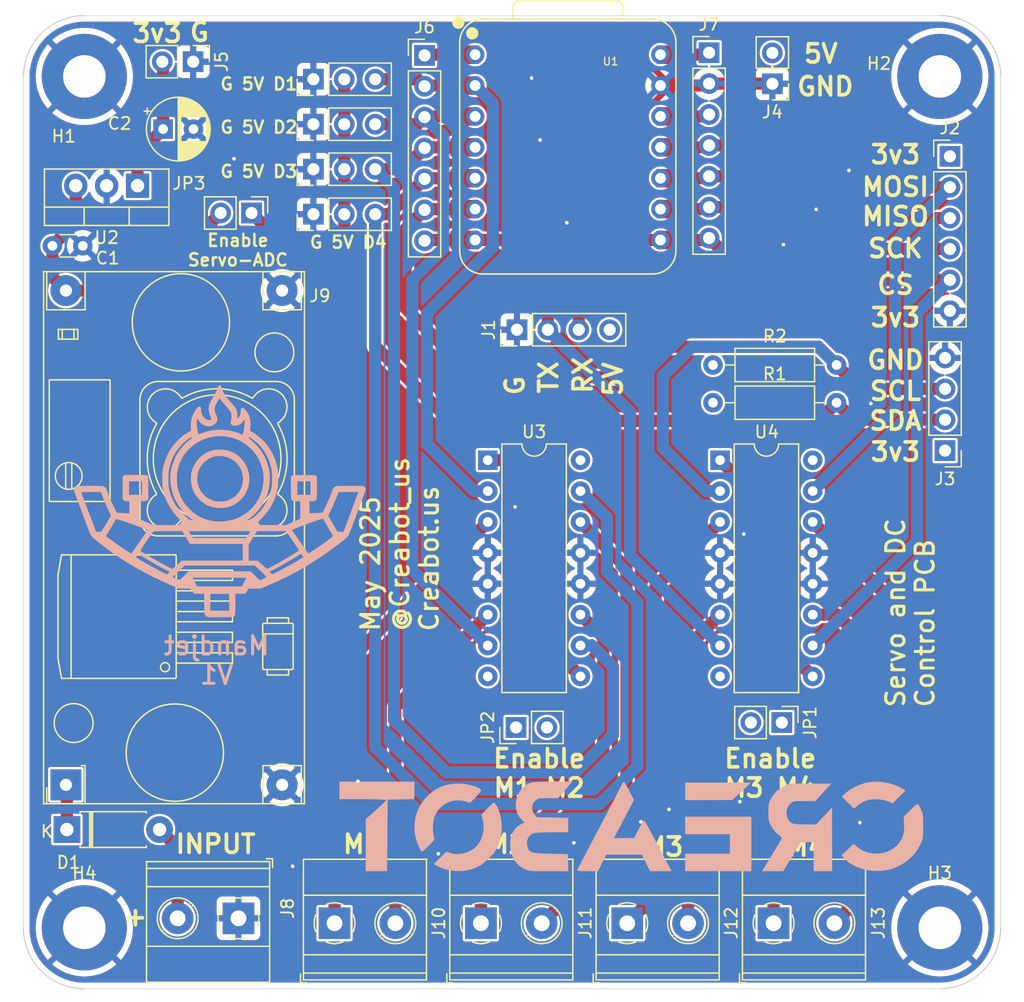
<source format=kicad_pcb>
(kicad_pcb (version 20240108) (generator "pcbnew") (generator_version "8.0")
  (layers (0 "F.Cu" signal) (1 "In1.Cu" signal) (2 "In2.Cu" signal) (31 "B.Cu" signal) (34 "B.Paste" user) (35 "F.Paste" user) (36 "B.SilkS" user "B.Silkscreen") (37 "F.SilkS" user "F.Silkscreen") (38 "B.Mask" user) (39 "F.Mask" user) (44 "Edge.Cuts" user))
  (net 0 "")
  (net 1 "+5V")
  (net 2 "GND")
  (net 3 "/Tx")
  (net 4 "/MOSI")
  (net 5 "/SCK")
  (net 6 "/MISO")
  (net 7 "+3V3")
  (net 8 "/Rx")
  (net 9 "Net-(D1-A)")
  (net 10 "+3V3o")
  (net 11 "/D5")
  (net 12 "/D4")
  (net 13 "/D1")
  (net 14 "/D0")
  (net 15 "/D2")
  (net 16 "Net-(JP2-A)")
  (net 17 "Net-(J10-Pin_2)")
  (net 18 "Net-(J11-Pin_1)")
  (net 19 "Net-(J11-Pin_2)")
  (net 20 "Net-(J10-Pin_1)")
  (net 21 "Net-(JP1-A)")
  (net 22 "Net-(J12-Pin_1)")
  (net 23 "Net-(J12-Pin_2)")
  (net 24 "Net-(J13-Pin_1)")
  (net 25 "Net-(J13-Pin_2)")
  (net 26 "+12V")
  (net 27 "/D3")
  (net 28 "/SERVO_VCC")
  (footprint "TerminalBlock_Phoenix:TerminalBlock_Phoenix_MKDS-1,5-2_1x02_P5.00mm_Horizontal" (layer "F.Cu") (at 141.266666 126.7)
    (property "Reference" "J12")
    (property "Value" "MOTOR_1")
  )
  (footprint "Resistor_THT:R_Axial_DIN0207_L6.3mm_D2.5mm_P10.16mm_Horizontal" (layer "F.Cu") (at 148.32 80.8)
    (property "Reference" "R2")
    (property "Value" "4.7K")
  )
  (footprint "Connector_PinHeader_2.54mm:PinHeader_1x02_P2.54mm_Vertical" (layer "F.Cu") (at 105.575 55.86 -90)
    (property "Reference" "J5")
    (property "Value" "OUTPUT_3v3")
  )
  (footprint "Connector_PinHeader_2.54mm:PinHeader_1x02_P2.54mm_Vertical" (layer "F.Cu") (at 153.2 57.675 180)
    (property "Reference" "J4")
    (property "Value" "OUTPUT_5v")
  )
  (footprint "Connector_PinHeader_2.54mm:PinHeader_1x07_P2.54mm_Vertical" (layer "F.Cu") (at 148 55.12)
    (property "Reference" "J7")
    (property "Value" "Side 2")
  )
  (footprint "Connector_PinHeader_2.54mm:PinHeader_1x04_P2.54mm_Vertical" (layer "F.Cu") (at 167.4 87.84 180)
    (property "Reference" "J3")
    (property "Value" "I2C")
  )
  (footprint "Seeed Studio XIAO Series Library:XIAO-ESP32C3-DIP" (layer "F.Cu") (at 136.5 62.9)
    (property "Reference" "U1")
    (property "Value" "XIAO-ESP32-C3-DIP")
  )
  (footprint "Connector_PinHeader_2.54mm:PinHeader_1x03_P2.54mm_Vertical" (layer "F.Cu") (at 115.46 68.4 90)
    (property "Reference" "J17" (hide yes))
    (property "Value" "Servo1")
  )
  (footprint "Connector_PinHeader_2.54mm:PinHeader_1x02_P2.54mm_Vertical" (layer "F.Cu") (at 110.375 68.3 -90)
    (property "Reference" "JP3")
    (property "Value" "Enable_M1_M2")
  )
  (footprint "TerminalBlock_Phoenix:TerminalBlock_Phoenix_MKDS-1,5-2_1x02_P5.00mm_Horizontal" (layer "F.Cu") (at 153.3 126.7)
    (property "Reference" "J13")
    (property "Value" "MOTOR_2")
  )
  (footprint "Connector_PinHeader_2.54mm:PinHeader_1x03_P2.54mm_Vertical" (layer "F.Cu") (at 115.46 57.3 90)
    (property "Reference" "J14" (hide yes))
    (property "Value" "Servo1")
  )
  (footprint "Resistor_THT:R_Axial_DIN0207_L6.3mm_D2.5mm_P10.16mm_Horizontal" (layer "F.Cu") (at 148.32 83.9)
    (property "Reference" "R1")
    (property "Value" "4.7K")
  )
  (footprint "Connector_PinHeader_2.54mm:PinHeader_1x07_P2.54mm_Vertical" (layer "F.Cu") (at 124.6 55.34)
    (property "Reference" "J6")
    (property "Value" "Side 1")
  )
  (footprint "Connector_PinHeader_2.54mm:PinHeader_1x02_P2.54mm_Vertical" (layer "F.Cu") (at 132.125 110.6 90)
    (property "Reference" "JP2")
    (property "Value" "Enable_M3_M4")
  )
  (footprint "Capacitor_THT:CP_Radial_D5.0mm_P2.50mm" (layer "F.Cu") (at 103.1 61.4)
    (property "Reference" "C2")
    (property "Value" "10uF")
  )
  (footprint "Connector_PinHeader_2.54mm:PinHeader_1x06_P2.54mm_Vertical" (layer "F.Cu") (at 167.8 63.64)
    (property "Reference" "J2")
    (property "Value" "SPI")
  )
  (footprint "Connector_PinHeader_2.54mm:PinHeader_1x04_P2.54mm_Vertical" (layer "F.Cu") (at 132.2 77.9 90)
    (property "Reference" "J1")
    (property "Value" "UART")
  )
  (footprint "TerminalBlock_Phoenix:TerminalBlock_Phoenix_MKDS-1,5-2_1x02_P5.00mm_Horizontal" (layer "F.Cu") (at 109.3 126.295 180)
    (property "Reference" "J8")
    (property "Value" "INPUT 12V")
  )
  (footprint "Diode_THT:D_DO-41_SOD81_P7.62mm_Horizontal" (layer "F.Cu") (at 95.19 119)
    (property "Reference" "D1")
    (property "Value" "D")
  )
  (footprint "Package_DIP:DIP-16_W7.62mm" (layer "F.Cu") (at 148.9 88.625)
    (property "Reference" "U4")
    (property "Value" "L293D")
  )
  (footprint "Connector_PinHeader_2.54mm:PinHeader_1x03_P2.54mm_Vertical" (layer "F.Cu") (at 115.46 64.7 90)
    (property "Reference" "J16" (hide yes))
    (property "Value" "Servo1")
  )
  (footprint "MountingHole:MountingHole_3.5mm_Pad" (layer "F.Cu") (at 96.625534 127.08)
    (property "Reference" "H4")
    (property "Value" "MountingHole_Pad")
  )
  (footprint "Footprints:YAAJ_DCDC_StepDown_LM2596" (layer "F.Cu") (at 95.11 115.32 90)
    (property "Reference" "J9")
    (property "Value" "dc-dc")
  )
  (footprint "Connector_PinHeader_2.54mm:PinHeader_1x03_P2.54mm_Vertical" (layer "F.Cu") (at 115.46 61 90)
    (property "Reference" "J15" (hide yes))
    (property "Value" "Servo1")
  )
  (footprint "TerminalBlock_Phoenix:TerminalBlock_Phoenix_MKDS-1,5-2_1x02_P5.00mm_Horizontal" (layer "F.Cu") (at 129.233333 126.7)
    (property "Reference" "J11")
    (property "Value" "MOTOR_4")
  )
  (footprint "Connector_PinHeader_2.54mm:PinHeader_1x02_P2.54mm_Vertical" (layer "F.Cu") (at 153.975 110.2 -90)
    (property "Reference" "JP1")
    (property "Value" "Enable_M1_M2")
  )
  (footprint "TerminalBlock_Phoenix:TerminalBlock_Phoenix_MKDS-1,5-2_1x02_P5.00mm_Horizontal" (layer "F.Cu") (at 117.2 126.7)
    (property "Reference" "J10")
    (property "Value" "MOTOR_3")
  )
  (footprint "MountingHole:MountingHole_3.5mm_Pad" (layer "F.Cu") (at 166.97 57.07)
    (property "Reference" "H2")
    (property "Value" "MountingHole_Pad")
  )
  (footprint "Capacitor_THT:C_Disc_D3.0mm_W1.6mm_P2.50mm" (layer "F.Cu") (at 94 71)
    (property "Reference" "C1")
    (property "Value" "100nF")
  )
  (footprint "Package_DIP:DIP-16_W7.62mm" (layer "F.Cu") (at 129.8 88.625)
    (property "Reference" "U3")
    (property "Value" "L293D")
  )
  (footprint "MountingHole:MountingHole_3.5mm_Pad" (layer "F.Cu") (at 96.625534 57.07)
    (property "Reference" "H1")
    (property "Value" "MountingHole_Pad")
  )
  (footprint "Package_TO_SOT_THT:TO-220-3_Vertical" (layer "F.Cu") (at 101 66.055 180)
    (property "Reference" "U2")
    (property "Value" "LD1117AL")
  )
  (footprint "MountingHole:MountingHole_3.5mm_Pad" (layer "F.Cu") (at 166.97 127.08)
    (property "Reference" "H3")
    (property "Value" "MountingHole_Pad")
  )
  (gr_poly (pts (xy 127.221344 115.219139) (xy 127.073122 115.22699) (xy 126.926886 115.240016) (xy 126.782794 115.258169) (xy 126.641002 115.2814) (xy 126.501669 115.309661) (xy 126.364951 115.342904) (xy 126.231005 115.381081) (xy 126.09999 115.424143) (xy 125.972062 115.472043) (xy 125.847378 115.524731) (xy 125.726097 115.582161) (xy 125.608374 115.644283) (xy 125.494368 115.711049) (xy 125.384235 115.782411) (xy 125.278134 115.858321) (xy 125.164109 115.947148) (xy 125.054264 116.039082) (xy 124.948637 116.134021) (xy 124.847264 116.231858) (xy 124.750183 116.332492) (xy 124.657432 116.435816) (xy 124.569047 116.541728) (xy 124.485067 116.650123) (xy 124.405529 116.760898) (xy 124.330469 116.873947) (xy 124.259927 116.989167) (xy 124.193938 117.106454) (xy 124.13254 117.225703) (xy 124.075772 117.346811) (xy 124.023669 117.469673) (xy 123.976271 117.594186) (xy 123.933613 117.720245) (xy 123.895734 117.847747) (xy 123.86267 117.976586) (xy 123.83446 118.10666) (xy 123.811141 118.237863) (xy 123.792749 118.370092) (xy 123.779323 118.503243) (xy 123.7709 118.637211) (xy 123.767518 118.771893) (xy 123.769213 118.907184) (xy 123.776024 119.04298) (xy 123.787987 119.179178) (xy 123.80514 119.315673) (xy 123.82752 119.45236) (xy 123.855165 119.589137) (xy 123.888113 119.725899) (xy 123.913903 119.819627) (xy 123.942691 119.914827) (xy 124.00735 120.105491) (xy 124.078267 120.289592) (xy 124.151616 120.45883) (xy 124.188008 120.535282) (xy 124.223574 120.604907) (xy 124.257835 120.666666) (xy 124.290315 120.719523) (xy 124.320534 120.762439) (xy 124.348015 120.794378) (xy 124.372279 120.814302) (xy 124.383056 120.819435) (xy 124.392849 120.821174) (xy 124.396614 120.820518) (xy 124.40162 120.818569) (xy 124.415211 120.810925) (xy 124.433336 120.798498) (xy 124.45571 120.781548) (xy 124.482045 120.760331) (xy 124.512056 120.735105) (xy 124.545456 120.706126) (xy 124.581959 120.673654) (xy 124.663128 120.599256) (xy 124.753273 120.513971) (xy 124.850103 120.419858) (xy 124.951327 120.318977) (xy 124.951321 120.318989) (xy 125.11177 120.156032) (xy 125.176723 120.08843) (xy 125.23225 120.028671) (xy 125.278917 119.975698) (xy 125.317289 119.928457) (xy 125.347934 119.885889) (xy 125.360535 119.866029) (xy 125.371416 119.84694) (xy 125.380648 119.828493) (xy 125.388302 119.810553) (xy 125.394449 119.792991) (xy 125.399158 119.775672) (xy 125.402502 119.758466) (xy 125.40455 119.741241) (xy 125.405374 119.723864) (xy 125.405043 119.706203) (xy 125.401205 119.669502) (xy 125.3936 119.630083) (xy 125.382796 119.586888) (xy 125.369357 119.538862) (xy 125.346015 119.446513) (xy 125.326772 119.347382) (xy 125.311569 119.242561) (xy 125.300352 119.133142) (xy 125.293064 119.020217) (xy 125.289648 118.904876) (xy 125.290048 118.788211) (xy 125.294208 118.671313) (xy 125.302071 118.555274) (xy 125.313582 118.441186) (xy 125.328683 118.330138) (xy 125.347318 118.223224) (xy 125.369431 118.121534) (xy 125.394966 118.02616) (xy 125.423867 117.938192) (xy 125.456076 117.858723) (xy 125.504519 117.757606) (xy 125.556572 117.660429) (xy 125.612128 117.567234) (xy 125.67108 117.478062) (xy 125.733322 117.392953) (xy 125.798748 117.311948) (xy 125.867251 117.235088) (xy 125.938725 117.162413) (xy 126.013064 117.093966) (xy 126.090161 117.029785) (xy 126.16991 116.969913) (xy 126.252205 116.914389) (xy 126.336939 116.863255) (xy 126.424006 116.816551) (xy 126.513299 116.774319) (xy 126.604713 116.736598) (xy 126.698141 116.70343) (xy 126.793476 116.674856) (xy 126.890613 116.650916) (xy 126.989444 116.631652) (xy 127.089864 116.617103) (xy 127.191766 116.60731) (xy 127.295044 116.602315) (xy 127.399591 116.602159) (xy 127.505302 116.606881) (xy 127.612069 116.616523) (xy 127.719787 116.631126) (xy 127.828349 116.65073) (xy 127.937649 116.675376) (xy 128.04758 116.705106) (xy 128.158036 116.739959) (xy 128.268911 116.779976) (xy 128.276426 116.782131) (xy 128.284685 116.783126) (xy 128.293683 116.782966) (xy 128.303414 116.781654) (xy 128.313872 116.779196) (xy 128.325052 116.775597) (xy 128.336946 116.770862) (xy 128.349551 116.764995) (xy 128.362859 116.758001) (xy 128.376865 116.749885) (xy 128.406948 116.730306) (xy 128.439752 116.706297) (xy 128.475232 116.677896) (xy 128.513341 116.645142) (xy 128.554032 116.608074) (xy 128.597259 116.566729) (xy 128.642974 116.521147) (xy 128.691132 116.471365) (xy 128.741686 116.417423) (xy 128.794589 116.35936) (xy 128.849795 116.297212) (xy 128.995333 116.130282) (xy 129.054179 116.061271) (xy 129.104261 116.000833) (xy 129.145968 115.948171) (xy 129.179687 115.902487) (xy 129.205807 115.862984) (xy 129.224716 115.828865) (xy 129.231587 115.813575) (xy 129.236802 115.799332) (xy 129.240408 115.786036) (xy 129.242454 115.773588) (xy 129.242988 115.761888) (xy 129.24206 115.750835) (xy 129.239717 115.740332) (xy 129.236007 115.730277) (xy 129.230981 115.720571) (xy 129.224686 115.711115) (xy 129.208482 115.692552) (xy 129.187786 115.673792) (xy 129.162985 115.654036) (xy 129.100734 115.61138) (xy 129.026592 115.56948) (xy 128.941686 115.528612) (xy 128.847143 115.489052) (xy 128.744092 115.451074) (xy 128.63366 115.414953) (xy 128.516973 115.380967) (xy 128.39516 115.349388) (xy 128.269348 115.320494) (xy 128.140664 115.294559) (xy 128.010237 115.271858) (xy 127.879192 115.252668) (xy 127.748658 115.237263) (xy 127.619763 115.225918) (xy 127.493632 115.218909) (xy 127.371395 115.216512)) (stroke (width -0.000001)) (fill solid) (layer "B.SilkS"))
  (gr_poly (pts (xy 154.129683 115.461348) (xy 154.035063 115.510233) (xy 153.945806 115.559765) (xy 153.861537 115.610312) (xy 153.781882 115.662246) (xy 153.706467 115.715936) (xy 153.634916 115.771752) (xy 153.566856 115.830065) (xy 153.50191 115.891245) (xy 153.439706 115.955661) (xy 153.379868 116.023683) (xy 153.322021 116.095682) (xy 153.265792 116.172028) (xy 153.210805 116.25309) (xy 153.156685 116.33924) (xy 153.103058 116.430846) (xy 153.04955 116.528279) (xy 153.023953 116.577915) (xy 153.000838 116.626476) (xy 152.980089 116.674651) (xy 152.961592 116.723125) (xy 152.945231 116.772588) (xy 152.930891 116.823726) (xy 152.918456 116.877226) (xy 152.90781 116.933777) (xy 152.898839 116.994065) (xy 152.891427 117.058778) (xy 152.885458 117.128603) (xy 152.880817 117.204228) (xy 152.877389 117.286341) (xy 152.875058 117.375627) (xy 152.873709 117.472776) (xy 152.873226 117.578474) (xy 152.874468 117.79901) (xy 152.876541 117.893288) (xy 152.879916 117.978513) (xy 152.884841 118.055887) (xy 152.891567 118.126616) (xy 152.900344 118.191902) (xy 152.911421 118.252951) (xy 152.925049 118.310966) (xy 152.941478 118.367152) (xy 152.960957 118.422712) (xy 152.983736 118.47885) (xy 153.010065 118.536771) (xy 153.040194 118.597679) (xy 153.112853 118.733272) (xy 153.138983 118.778716) (xy 153.167641 118.825268) (xy 153.198539 118.872586) (xy 153.231389 118.920326) (xy 153.265905 118.968147) (xy 153.3018 119.015706) (xy 153.338784 119.062659) (xy 153.376573 119.108665) (xy 153.414877 119.153381) (xy 153.45341 119.196465) (xy 153.491885 119.237573) (xy 153.530013 119.276364) (xy 153.567508 119.312494) (xy 153.604083 119.345621) (xy 153.639449 119.375403) (xy 153.67332 119.401497) (xy 153.705814 119.425798) (xy 153.737137 119.450319) (xy 153.767139 119.474895) (xy 153.795669 119.49936) (xy 153.822576 119.52355) (xy 153.847708 119.547298) (xy 153.870915 119.570439) (xy 153.892044 119.592808) (xy 153.910946 119.61424) (xy 153.927469 119.634569) (xy 153.941461 119.653629) (xy 153.952771 119.671256) (xy 153.961249 119.687283) (xy 153.966743 119.701546) (xy 153.968324 119.707964) (xy 153.969102 119.713879) (xy 153.969059 119.71927) (xy 153.968175 119.724116) (xy 153.961462 119.73991) (xy 153.946845 119.768544) (xy 153.89558 119.861476) (xy 153.817745 119.997198) (xy 153.716706 120.169995) (xy 153.458471 120.603948) (xy 153.147795 121.11761) (xy 152.352832 122.422517) (xy 154.092687 122.422517) (xy 154.805889 121.241536) (xy 155.519091 120.060554) (xy 156.057424 120.036873) (xy 156.595754 120.013191) (xy 156.595754 122.422505) (xy 158.117022 122.422505) (xy 158.113066 119.800337) (xy 158.109145 117.178157) (xy 157.451342 117.878743) (xy 156.793541 118.579329) (xy 155.939226 118.579329) (xy 155.763421 118.577736) (xy 155.591309 118.57317) (xy 155.427235 118.565951) (xy 155.275547 118.556399) (xy 155.140589 118.544834) (xy 155.026709 118.531574) (xy 154.938253 118.516941) (xy 154.904917 118.509208) (xy 154.879567 118.501253) (xy 154.82753 118.478805) (xy 154.778104 118.452174) (xy 154.73132 118.421597) (xy 154.687211 118.387309) (xy 154.645806 118.349548) (xy 154.607138 118.308552) (xy 154.571238 118.264556) (xy 154.538138 118.217797) (xy 154.507868 118.168513) (xy 154.480461 118.11694) (xy 154.455946 118.063315) (xy 154.434357 118.007875) (xy 154.415724 117.950857) (xy 154.400079 117.892498) (xy 154.387453 117.833034) (xy 154.377877 117.772702) (xy 154.371383 117.711739) (xy 154.368003 117.650383) (xy 154.367767 117.588869) (xy 154.370706 117.527435) (xy 154.376853 117.466318) (xy 154.386239 117.405754) (xy 154.398895 117.345981) (xy 154.414852 117.287234) (xy 154.434143 117.229752) (xy 154.456797 117.17377) (xy 154.482847 117.119526) (xy 154.512324 117.067257) (xy 154.545259 117.017199) (xy 154.581685 116.969589) (xy 154.621631 116.924664) (xy 154.665129 116.882661) (xy 154.708751 116.844141) (xy 154.748976 116.810286) (xy 154.768297 116.795014) (xy 154.78735 116.780795) (xy 154.806327 116.767593) (xy 154.825422 116.755369) (xy 154.844828 116.744085) (xy 154.864739 116.733705) (xy 154.885347 116.724191) (xy 154.906847 116.715504) (xy 154.929431 116.707607) (xy 154.953294 116.700464) (xy 154.978628 116.694035) (xy 155.005627 116.688284) (xy 155.034484 116.683173) (xy 155.065393 116.678664) (xy 155.098547 116.67472) (xy 155.13414 116.671303) (xy 155.172364 116.668376) (xy 155.213414 116.6659) (xy 155.304763 116.662154) (xy 155.409735 116.659764) (xy 155.529875 116.658429) (xy 155.821852 116.657722) (xy 156.726824 116.657722) (xy 157.387651 115.937117) (xy 158.048479 115.216512) (xy 154.619664 115.216512)) (stroke (width -0.000001)) (fill solid) (layer "B.SilkS"))
  (gr_poly (pts (xy 146.026931 116.577925) (xy 147.968548 116.573921) (xy 149.910165 116.569917) (xy 150.670803 115.854146) (xy 151.431436 115.138326) (xy 146.026931 115.136714)) (stroke (width -0.000001)) (fill solid) (layer "B.SilkS"))
  (gr_poly (pts (xy 165.125264 116.89858) (xy 165.11857 116.900609) (xy 165.110643 116.903949) (xy 165.101521 116.908568) (xy 165.079851 116.921507) (xy 165.053872 116.939156) (xy 165.023897 116.961247) (xy 164.990241 116.987513) (xy 164.953215 117.017686) (xy 164.913133 117.051497) (xy 164.870309 117.088678) (xy 164.825054 117.128962) (xy 164.777682 117.172079) (xy 164.728507 117.217763) (xy 164.67784 117.265744) (xy 164.625997 117.315756) (xy 164.573288 117.367529) (xy 164.520028 117.420796) (xy 164.001907 117.943697) (xy 164.028483 118.601777) (xy 164.032196 118.746138) (xy 164.031228 118.883031) (xy 164.025381 119.013013) (xy 164.014457 119.136639) (xy 163.99826 119.254465) (xy 163.976591 119.367046) (xy 163.949255 119.474937) (xy 163.916052 119.578694) (xy 163.876787 119.678873) (xy 163.83126 119.776028) (xy 163.779276 119.870716) (xy 163.720637 119.963492) (xy 163.655145 120.054911) (xy 163.582604 120.145528) (xy 163.502814 120.2359) (xy 163.415581 120.326582) (xy 163.334491 120.403118) (xy 163.249297 120.474825) (xy 163.160266 120.541702) (xy 163.067665 120.603745) (xy 162.971759 120.660951) (xy 162.872816 120.713316) (xy 162.771102 120.760838) (xy 162.666884 120.803514) (xy 162.560428 120.841339) (xy 162.452002 120.874312) (xy 162.341871 120.902429) (xy 162.230302 120.925686) (xy 162.117562 120.944081) (xy 162.003918 120.957611) (xy 161.889636 120.966271) (xy 161.774983 120.970061) (xy 161.660225 120.968975) (xy 161.545629 120.963011) (xy 161.431462 120.952165) (xy 161.31799 120.936436) (xy 161.20548 120.915818) (xy 161.094198 120.89031) (xy 160.984412 120.859908) (xy 160.876387 120.82461) (xy 160.77039 120.78441) (xy 160.666689 120.739308) (xy 160.565549 120.689299) (xy 160.467237 120.634381) (xy 160.37202 120.574549) (xy 160.280165 120.509802) (xy 160.191938 120.440136) (xy 160.107605 120.365547) (xy 159.896368 120.167793) (xy 159.387004 120.648274) (xy 158.877639 121.128755) (xy 159.14798 121.409553) (xy 159.224853 121.485839) (xy 159.305891 121.559422) (xy 159.479751 121.698308) (xy 159.668134 121.825866) (xy 159.869616 121.941749) (xy 160.08277 122.04561) (xy 160.306171 122.137102) (xy 160.538394 122.215879) (xy 160.778013 122.281593) (xy 161.023602 122.333898) (xy 161.273737 122.372447) (xy 161.526992 122.396894) (xy 161.781941 122.406892) (xy 162.037159 122.402093) (xy 162.291221 122.382152) (xy 162.5427 122.346721) (xy 162.790172 122.295454) (xy 162.790172 122.29549) (xy 162.993031 122.24019) (xy 163.192668 122.173474) (xy 163.388523 122.095786) (xy 163.580032 122.007568) (xy 163.766635 121.909264) (xy 163.947771 121.801316) (xy 164.122876 121.684168) (xy 164.29139 121.558261) (xy 164.452752 121.424039) (xy 164.606399 121.281945) (xy 164.75177 121.132421) (xy 164.888304 120.975911) (xy 165.015439 120.812857) (xy 165.132612 120.643703) (xy 165.239263 120.46889) (xy 165.334831 120.288862) (xy 165.421352 120.110046) (xy 165.456588 120.032614) (xy 165.486957 119.960389) (xy 165.512819 119.891284) (xy 165.534536 119.823217) (xy 165.552469 119.754104) (xy 165.56698 119.68186) (xy 165.578431 119.604402) (xy 165.587182 119.519644) (xy 165.593595 119.425504) (xy 165.598032 119.319897) (xy 165.600853 119.20074) (xy 165.602421 119.065947) (xy 165.603242 118.741121) (xy 165.601947 118.441486) (xy 165.597104 118.198126) (xy 165.58728 118.0003) (xy 165.580052 117.915105) (xy 165.57104 117.837267) (xy 165.560066 117.765441) (xy 165.546949 117.698285) (xy 165.531512 117.634458) (xy 165.513574 117.572615) (xy 165.492957 117.511415) (xy 165.46948 117.449515) (xy 165.413232 117.318245) (xy 165.393396 117.275425) (xy 165.373175 117.233807) (xy 165.332153 117.155033) (xy 165.311644 117.118309) (xy 165.291327 117.083647) (xy 165.27135 117.051264) (xy 165.251855 117.021375) (xy 165.232989 116.994194) (xy 165.214896 116.969939) (xy 165.197721 116.948824) (xy 165.181609 116.931064) (xy 165.166704 116.916876) (xy 165.153152 116.906475) (xy 165.141097 116.900077) (xy 165.135677 116.898446) (xy 165.130685 116.897896)) (stroke (width -0.000001)) (fill solid) (layer "B.SilkS"))
  (gr_poly (pts (xy 130.299072 116.801699) (xy 130.293036 116.802365) (xy 130.286827 116.803475) (xy 130.280429 116.805035) (xy 130.27383 116.807053) (xy 130.267013 116.809538) (xy 130.259965 116.812497) (xy 130.245117 116.819868) (xy 130.22917 116.829231) (xy 130.212009 116.840647) (xy 130.193519 116.854179) (xy 130.173583 116.86989) (xy 130.152087 116.887843) (xy 130.128914 116.9081) (xy 130.103949 116.930725) (xy 130.077077 116.95578) (xy 130.048182 116.983328) (xy 130.017148 117.013432) (xy 129.948204 117.081558) (xy 129.869318 117.16066) (xy 129.779568 117.251241) (xy 129.26531 117.770869) (xy 129.359219 118.084309) (xy 129.396296 118.224099) (xy 129.424678 118.366279) (xy 129.444473 118.510236) (xy 129.455792 118.655356) (xy 129.458744 118.801022) (xy 129.453439 118.946622) (xy 129.439986 119.09154) (xy 129.418495 119.235162) (xy 129.389075 119.376873) (xy 129.351838 119.516059) (xy 129.306891 119.652106) (xy 129.254344 119.784397) (xy 129.194308 119.91232) (xy 129.126892 120.035259) (xy 129.052205 120.1526) (xy 128.970358 120.263728) (xy 128.922592 120.320809) (xy 128.871287 120.376029) (xy 128.81664 120.429333) (xy 128.758844 120.480669) (xy 128.698093 120.529982) (xy 128.634582 120.57722) (xy 128.500059 120.665254) (xy 128.356829 120.744345) (xy 128.206448 120.814062) (xy 128.050472 120.873979) (xy 127.890457 120.923668) (xy 127.727957 120.9627) (xy 127.56453 120.990648) (xy 127.401729 121.007083) (xy 127.241112 121.011578) (xy 127.084233 121.003704) (xy 127.007681 120.994996) (xy 126.932648 120.983035) (xy 126.859327 120.967767) (xy 126.787913 120.949141) (xy 126.7186 120.927101) (xy 126.651583 120.901594) (xy 126.606848 120.883289) (xy 126.566824 120.8681) (xy 126.548228 120.861863) (xy 126.530388 120.856631) (xy 126.513163 120.852482) (xy 126.496414 120.849489) (xy 126.48 120.847729) (xy 126.46378 120.847278) (xy 126.447614 120.84821) (xy 126.431361 120.850603) (xy 126.414881 120.854531) (xy 126.398033 120.86007) (xy 126.380677 120.867296) (xy 126.362672 120.876285) (xy 126.343878 120.887111) (xy 126.324154 120.899851) (xy 126.30336 120.914581) (xy 126.281355 120.931376) (xy 126.257999 120.950311) (xy 126.233151 120.971463) (xy 126.206671 120.994907) (xy 126.178418 121.020719) (xy 126.116031 121.079748) (xy 126.044868 121.149156) (xy 125.871713 121.321528) (xy 125.346353 121.846882) (xy 125.675863 122.014985) (xy 125.823901 122.085666) (xy 125.9774 122.149635) (xy 126.135669 122.206819) (xy 126.298014 122.257143) (xy 126.463745 122.300533) (xy 126.632167 122.336913) (xy 126.80259 122.36621) (xy 126.974319 122.388348) (xy 127.146663 122.403253) (xy 127.31893 122.410851) (xy 127.490427 122.411068) (xy 127.660461 122.403827) (xy 127.82834 122.389056) (xy 127.993372 122.366679) (xy 128.154864 122.336622) (xy 128.312124 122.298811) (xy 128.312118 122.298811) (xy 128.431631 122.265046) (xy 128.54586 122.229416) (xy 128.655359 122.191589) (xy 128.760684 122.151233) (xy 128.862389 122.108018) (xy 128.961029 122.061611) (xy 129.057159 122.01168) (xy 129.151334 121.957894) (xy 129.244108 121.899922) (xy 129.336036 121.837431) (xy 129.427673 121.770091) (xy 129.519573 121.697569) (xy 129.612292 121.619533) (xy 129.706384 121.535653) (xy 129.802404 121.445596) (xy 129.900906 121.349031) (xy 130.003425 121.244491) (xy 130.098152 121.143465) (xy 130.185546 121.045137) (xy 130.266068 120.948693) (xy 130.340175 120.853319) (xy 130.408327 120.758201) (xy 130.470982 120.662524) (xy 130.528601 120.565474) (xy 130.581643 120.466236) (xy 130.630565 120.363996) (xy 130.675828 120.25794) (xy 130.71789 120.147254) (xy 130.75721 120.031122) (xy 130.794249 119.908731) (xy 130.829464 119.779267) (xy 130.863314 119.641914) (xy 130.898087 119.469044) (xy 130.923335 119.288302) (xy 130.93933 119.101415) (xy 130.946346 118.910109) (xy 130.944655 118.716109) (xy 130.93453 118.521143) (xy 130.916244 118.326937) (xy 130.890069 118.135217) (xy 130.856279 117.94771) (xy 130.815145 117.766141) (xy 130.766941 117.592237) (xy 130.71194 117.427725) (xy 130.650414 117.27433) (xy 130.582636 117.133779) (xy 130.508879 117.007799) (xy 130.429415 116.898116) (xy 130.405583 116.869254) (xy 130.394503 116.85646) (xy 130.383827 116.84484) (xy 130.373438 116.834458) (xy 130.363222 116.825375) (xy 130.353062 116.817656) (xy 130.342844 116.811362) (xy 130.337677 116.808769) (xy 130.332451 116.806556) (xy 130.327154 116.804731) (xy 130.321769 116.803302) (xy 130.316283 116.802276) (xy 130.310681 116.801662) (xy 130.304949 116.801467)) (stroke (width -0.000001)) (fill solid) (layer "B.SilkS"))
  (gr_poly (pts (xy 161.519102 115.066067) (xy 161.333905 115.079246) (xy 161.153321 115.101305) (xy 160.978387 115.132417) (xy 160.863667 115.159212) (xy 160.743631 115.192779) (xy 160.619482 115.232517) (xy 160.492424 115.277819) (xy 160.363659 115.328084) (xy 160.23439 115.382707) (xy 160.105821 115.441085) (xy 159.979153 115.502612) (xy 159.855591 115.566687) (xy 159.736336 115.632705) (xy 159.622592 115.700061) (xy 159.515561 115.768153) (xy 159.416447 115.836377) (xy 159.326453 115.904128) (xy 159.24678 115.970803) (xy 159.178633 116.035799) (xy 158.919158 116.303523) (xy 159.418834 116.795027) (xy 159.91851 117.286531) (xy 160.228334 117.015413) (xy 160.312325 116.945582) (xy 160.398697 116.881036) (xy 160.487546 116.821747) (xy 160.578963 116.767686) (xy 160.673044 116.718827) (xy 160.769881 116.675142) (xy 160.869569 116.636602) (xy 160.972201 116.60318) (xy 161.077871 116.574848) (xy 161.186673 116.551579) (xy 161.298699 116.533344) (xy 161.414045 116.520117) (xy 161.532803 116.511868) (xy 161.655068 116.508571) (xy 161.780933 116.510197) (xy 161.910492 116.516719) (xy 162.031285 116.527528) (xy 162.155895 116.543424) (xy 162.280754 116.563645) (xy 162.402293 116.587431) (xy 162.516946 116.61402) (xy 162.621143 116.64265) (xy 162.668207 116.657492) (xy 162.711319 116.672559) (xy 162.750034 116.687755) (xy 162.783905 116.702986) (xy 163.087166 116.850386) (xy 163.617306 116.320247) (xy 164.147448 115.790108) (xy 163.874513 115.622798) (xy 163.723733 115.536536) (xy 163.564082 115.456868) (xy 163.396597 115.383972) (xy 163.222317 115.318023) (xy 163.042278 115.259196) (xy 162.857517 115.207667) (xy 162.669071 115.163612) (xy 162.477978 115.127207) (xy 162.285274 115.098626) (xy 162.091998 115.078046) (xy 161.899186 115.065643) (xy 161.707875 115.061591)) (stroke (width -0.000001)) (fill solid) (layer "B.SilkS"))
  (gr_poly (pts (xy 107.625758 87.755979) (xy 107.552975 87.759192) (xy 107.483008 87.764067) (xy 107.416617 87.770627) (xy 107.354556 87.778898) (xy 107.297585 87.788902) (xy 107.124718 87.830356) (xy 106.957214 87.883977) (xy 106.795514 87.949325) (xy 106.640059 88.025958) (xy 106.491288 88.113436) (xy 106.349642 88.211319) (xy 106.215561 88.319166) (xy 106.089486 88.436536) (xy 105.971858 88.562989) (xy 105.863115 88.698085) (xy 105.7637 88.841382) (xy 105.674051 88.99244) (xy 105.59461 89.150818) (xy 105.525817 89.316077) (xy 105.468112 89.487774) (xy 105.421935 89.665471) (xy 105.41816 89.684113) (xy 105.414558 89.70532) (xy 105.407921 89.754683) (xy 105.402122 89.81207) (xy 105.397259 89.875992) (xy 105.393429 89.94496) (xy 105.390729 90.017484) (xy 105.389257 90.092074) (xy 105.389111 90.167241) (xy 105.392457 90.291083) (xy 105.400711 90.41157) (xy 105.413942 90.52887) (xy 105.432218 90.643151) (xy 105.455608 90.754582) (xy 105.48418 90.863333) (xy 105.518003 90.969572) (xy 105.557145 91.073468) (xy 105.601675 91.175189) (xy 105.651662 91.274905) (xy 105.707175 91.372785) (xy 105.768281 91.468997) (xy 105.835049 91.56371) (xy 105.907548 91.657093) (xy 105.985846 91.749315) (xy 106.070013 91.840544) (xy 106.132066 91.902843) (xy 106.196268 91.962688) (xy 106.262504 92.020014) (xy 106.330659 92.074757) (xy 106.400619 92.126851) (xy 106.472269 92.176234) (xy 106.545495 92.22284) (xy 106.620181 92.266605) (xy 106.696214 92.307465) (xy 106.773479 92.345356) (xy 106.851861 92.380213) (xy 106.931245 92.411971) (xy 107.011517 92.440567) (xy 107.092562 92.465936) (xy 107.174267 92.488014) (xy 107.256515 92.506736) (xy 107.313135 92.51728) (xy 107.37407 92.526525) (xy 107.438646 92.534466) (xy 107.506191 92.541096) (xy 107.647493 92.550403) (xy 107.792592 92.554397) (xy 107.936103 92.553027) (xy 108.072641 92.546247) (xy 108.136613 92.540812) (xy 108.196823 92.534007) (xy 108.252596 92.525824) (xy 108.303262 92.516258) (xy 108.303265 92.516215) (xy 108.458639 92.477697) (xy 108.609317 92.429914) (xy 108.755024 92.373111) (xy 108.895487 92.307535) (xy 109.030429 92.233435) (xy 109.159577 92.151056) (xy 109.282655 92.060646) (xy 109.399389 91.962451) (xy 109.509504 91.856719) (xy 109.612726 91.743696) (xy 109.708779 91.623629) (xy 109.79739 91.496766) (xy 109.878283 91.363354) (xy 109.951183 91.223638) (xy 110.015816 91.077866) (xy 110.071908 90.926286) (xy 110.09205 90.8633) (xy 110.110464 90.799773) (xy 110.127141 90.735787) (xy 110.142073 90.671423) (xy 110.155251 90.606762) (xy 110.166667 90.541885) (xy 110.176311 90.476873) (xy 110.184175 90.411808) (xy 110.19025 90.346772) (xy 110.194528 90.281844) (xy 110.196999 90.217108) (xy 110.197153 90.20198) (xy 109.664607 90.20198) (xy 109.662638 90.272386) (xy 109.658499 90.342114) (xy 109.652194 90.410728) (xy 109.643729 90.477791) (xy 109.63311 90.542867) (xy 109.620342 90.60552) (xy 109.605431 90.665314) (xy 109.588381 90.721812) (xy 109.555601 90.814349) (xy 109.51965 90.903532) (xy 109.480499 90.989393) (xy 109.438119 91.071968) (xy 109.392481 91.15129) (xy 109.343558 91.227395) (xy 109.29132 91.300315) (xy 109.235738 91.370086) (xy 109.176785 91.436741) (xy 109.11443 91.500314) (xy 109.048646 91.560841) (xy 108.979404 91.618354) (xy 108.906675 91.672889) (xy 108.83043 91.724479) (xy 108.750641 91.773158) (xy 108.667278 91.818962) (xy 108.609061 91.848535) (xy 108.552948 91.875398) (xy 108.498512 91.899642) (xy 108.445324 91.921363) (xy 108.392956 91.940652) (xy 108.340981 91.957603) (xy 108.288971 91.972309) (xy 108.236497 91.984863) (xy 108.183132 91.995358) (xy 108.128449 92.003889) (xy 108.072018 92.010546) (xy 108.013412 92.015425) (xy 107.952203 92.018617) (xy 107.887964 92.020217) (xy 107.820266 92.020317) (xy 107.748681 92.019011) (xy 107.654099 92.01592) (xy 107.573355 92.01175) (xy 107.503375 92.00605) (xy 107.47146 92.002485) (xy 107.441083 91.998369) (xy 107.41186 91.993646) (xy 107.383405 91.988259) (xy 107.355335 91.982151) (xy 107.327266 91.975267) (xy 107.26959 91.958945) (xy 107.207302 91.938841) (xy 107.207305 91.938847) (xy 107.106769 91.902041) (xy 107.00955 91.860636) (xy 106.915726 91.814706) (xy 106.825377 91.764326) (xy 106.73858 91.709569) (xy 106.655415 91.650509) (xy 106.575959 91.58722) (xy 106.500292 91.519776) (xy 106.428491 91.448251) (xy 106.360635 91.372719) (xy 106.296803 91.293254) (xy 106.237073 91.209929) (xy 106.181523 91.122819) (xy 106.130233 91.031998) (xy 106.08328 90.93754) (xy 106.040743 90.839518) (xy 105.995521 90.714809) (xy 105.959598 90.588119) (xy 105.932882 90.45997) (xy 105.915282 90.330886) (xy 105.906704 90.20139) (xy 105.907058 90.072003) (xy 105.916252 89.943251) (xy 105.934193 89.815654) (xy 105.96079 89.689736) (xy 105.995952 89.566019) (xy 106.039585 89.445027) (xy 106.091599 89.327283) (xy 106.151902 89.213309) (xy 106.220401 89.103627) (xy 106.297005 88.998762) (xy 106.381622 88.899235) (xy 106.45808 88.819913) (xy 106.537163 88.745932) (xy 106.618799 88.677322) (xy 106.702917 88.614111) (xy 106.789447 88.556328) (xy 106.878317 88.504002) (xy 106.969457 88.457162) (xy 107.062797 88.415838) (xy 107.158265 88.380057) (xy 107.25579 88.349848) (xy 107.355302 88.325242) (xy 107.45673 88.306266) (xy 107.560003 88.29295) (xy 107.66505 88.285322) (xy 107.771801 88.283412) (xy 107.880184 88.287248) (xy 108.033497 88.302415) (xy 108.182621 88.328585) (xy 108.327148 88.365429) (xy 108.466669 88.412619) (xy 108.600775 88.469829) (xy 108.729056 88.53673) (xy 108.851105 88.612995) (xy 108.966511 88.698295) (xy 109.074866 88.792304) (xy 109.175761 88.894693) (xy 109.268787 89.005134) (xy 109.353534 89.123301) (xy 109.429593 89.248864) (xy 109.496557 89.381497) (xy 109.554015 89.520872) (xy 109.601559 89.666661) (xy 109.617152 89.726789) (xy 109.630531 89.789728) (xy 109.6417 89.855043) (xy 109.650667 89.922297) (xy 109.657435 89.991054) (xy 109.662011 90.060877) (xy 109.6644 90.131331) (xy 109.664607 90.20198) (xy 110.197153 90.20198) (xy 110.197655 90.152643) (xy 110.196488 90.088531) (xy 110.193489 90.024853) (xy 110.188648 89.961691) (xy 110.181957 89.899125) (xy 110.152276 89.711852) (xy 110.109985 89.530298) (xy 110.055444 89.35488) (xy 109.989013 89.186019) (xy 109.911055 89.024132) (xy 109.821927 88.869639) (xy 109.721992 88.722959) (xy 109.61161 88.58451) (xy 109.49114 88.454711) (xy 109.360944 88.333981) (xy 109.221382 88.222739) (xy 109.072815 88.121404) (xy 108.915602 88.030395) (xy 108.750104 87.95013) (xy 108.576682 87.881028) (xy 108.395696 87.823509) (xy 108.341911 87.810014) (xy 108.282611 87.797918) (xy 108.218555 87.787246) (xy 108.1505 87.778021) (xy 108.079204 87.770268) (xy 108.005422 87.764009) (xy 107.853436 87.756073) (xy 107.700601 87.754404)) (stroke (width -0.000001)) (fill solid) (layer "B.SilkS"))
  (gr_poly (pts (xy 107.735681 82.469265) (xy 107.729229 82.469697) (xy 107.723071 82.470379) (xy 107.717178 82.471356) (xy 107.711521 82.472674) (xy 107.706069 82.474376) (xy 107.700795 82.47651) (xy 107.695669 82.479118) (xy 107.690661 82.482246) (xy 107.685742 82.48594) (xy 107.680883 82.490243) (xy 107.676055 82.495201) (xy 107.671229 82.50086) (xy 107.666375 82.507262) (xy 107.661463 82.514455) (xy 107.656466 82.522482) (xy 107.651352 82.531389) (xy 107.646095 82.541221) (xy 107.640662 82.552021) (xy 107.635027 82.563837) (xy 107.629159 82.576711) (xy 107.623029 82.59069) (xy 107.616608 82.605818) (xy 107.602776 82.639702) (xy 107.587429 82.678721) (xy 107.570331 82.723236) (xy 107.551251 82.773607) (xy 107.520022 82.853235) (xy 107.486588 82.931749) (xy 107.449585 83.0118) (xy 107.407648 83.096042) (xy 107.359414 83.187128) (xy 107.303517 83.287709) (xy 107.238594 83.400439) (xy 107.163281 83.527971) (xy 107.086508 83.659543) (xy 107.023516 83.774382) (xy 106.996757 83.826629) (xy 106.972925 83.876016) (xy 106.951849 83.922984) (xy 106.933356 83.967973) (xy 106.917273 84.011425) (xy 106.903429 84.053781) (xy 106.89165 84.095482) (xy 106.881765 84.136969) (xy 106.873601 84.178682) (xy 106.866986 84.221063) (xy 106.861747 84.264553) (xy 106.857711 84.309593) (xy 106.855051 84.352904) (xy 106.853722 84.395682) (xy 106.85376 84.43811) (xy 106.855196 84.480369) (xy 106.858067 84.522643) (xy 106.862404 84.565112) (xy 106.868243 84.607959) (xy 106.875617 84.651366) (xy 106.884561 84.695515) (xy 106.895107 84.740588) (xy 106.90729 84.786767) (xy 106.921144 84.834234) (xy 106.936703 84.883171) (xy 106.954001 84.93376) (xy 106.973071 84.986184) (xy 106.993948 85.040623) (xy 107.011784 85.086805) (xy 107.026878 85.127865) (xy 107.039126 85.164093) (xy 107.048428 85.195781) (xy 107.05468 85.223219) (xy 107.05663 85.235436) (xy 107.05778 85.246698) (xy 107.058116 85.257044) (xy 107.057626 85.266509) (xy 107.056297 85.27513) (xy 107.054115 85.282943) (xy 107.051069 85.289984) (xy 107.047146 85.296289) (xy 107.042332 85.301896) (xy 107.036615 85.30684) (xy 107.029982 85.311158) (xy 107.022421 85.314886) (xy 107.013918 85.31806) (xy 107.00446 85.320717) (xy 106.994036 85.322893) (xy 106.982632 85.324625) (xy 106.956833 85.3269) (xy 106.92696 85.327833) (xy 106.892913 85.327714) (xy 106.860939 85.326141) (xy 106.829238 85.322432) (xy 106.797852 85.316643) (xy 106.766826 85.308828) (xy 106.736205 85.299043) (xy 106.706031 85.287341) (xy 106.676348 85.273777) (xy 106.6472 85.258406) (xy 106.618632 85.241284) (xy 106.590686 85.222464) (xy 106.563407 85.202001) (xy 106.536839 85.17995) (xy 106.511025 85.156367) (xy 106.486009 85.131304) (xy 106.461835 85.104818) (xy 106.438547 85.076963) (xy 106.416188 85.047794) (xy 106.394803 85.017365) (xy 106.374435 84.985732) (xy 106.355128 84.952948) (xy 106.336926 84.919069) (xy 106.319873 84.884149) (xy 106.304012 84.848243) (xy 106.289388 84.811407) (xy 106.276043 84.773693) (xy 106.264023 84.735158) (xy 106.253371 84.695856) (xy 106.24413 84.655842) (xy 106.236344 84.61517) (xy 106.230058 84.573895) (xy 106.225314 84.532073) (xy 106.222158 84.489756) (xy 106.219599 84.447439) (xy 106.216769 84.409529) (xy 106.213555 84.375794) (xy 106.209842 84.346003) (xy 106.205515 84.319925) (xy 106.20046 84.297329) (xy 106.194563 84.277982) (xy 106.187708 84.261654) (xy 106.183886 84.25455) (xy 106.179782 84.248114) (xy 106.175382 84.242317) (xy 106.17067 84.237129) (xy 106.165634 84.232523) (xy 106.160257 84.228469) (xy 106.154528 84.224939) (xy 106.14843 84.221903) (xy 106.135072 84.217198) (xy 106.12007 84.214124) (xy 106.10331 84.21245) (xy 106.084676 84.211943) (xy 106.072247 84.212965) (xy 106.05904 84.21599) (xy 106.045103 84.220956) (xy 106.030481 84.227802) (xy 106.015224 84.236466) (xy 105.999376 84.246886) (xy 105.982986 84.259001) (xy 105.966101 84.272749) (xy 105.948768 84.288069) (xy 105.931033 84.304899) (xy 105.894548 84.34284) (xy 105.857023 84.386082) (xy 105.818834 84.43413) (xy 105.780358 84.486491) (xy 105.741971 84.542673) (xy 105.70405 84.602181) (xy 105.666972 84.664524) (xy 105.631112 84.729207) (xy 105.596848 84.795738) (xy 105.564556 84.863624) (xy 105.534612 84.932371) (xy 105.512373 84.987812) (xy 105.491943 85.042695) (xy 105.473286 85.097226) (xy 105.456368 85.15161) (xy 105.441154 85.206054) (xy 105.42761 85.260763) (xy 105.4157 85.315942) (xy 105.40539 85.371798) (xy 105.396645 85.428534) (xy 105.38943 85.486358) (xy 105.38371 85.545475) (xy 105.379451 85.60609) (xy 105.376617 85.668408) (xy 105.375175 85.732637) (xy 105.375089 85.79898) (xy 105.376324 85.867643) (xy 105.385012 86.189708) (xy 105.16054 86.324614) (xy 104.964115 86.44957) (xy 104.776008 86.583266) (xy 104.596362 86.725496) (xy 104.425324 86.876053) (xy 104.263039 87.03473) (xy 104.109651 87.201322) (xy 103.965307 87.375621) (xy 103.830152 87.557422) (xy 103.70433 87.746517) (xy 103.587987 87.942701) (xy 103.481269 88.145767) (xy 103.38432 88.355509) (xy 103.297286 88.571719) (xy 103.220312 88.794193) (xy 103.153543 89.022723) (xy 103.097125 89.257103) (xy 103.082719 89.334246) (xy 103.070063 89.42303) (xy 103.05005 89.629077) (xy 103.037184 89.862348) (xy 103.031567 90.10995) (xy 103.0333 90.358988) (xy 103.042484 90.596568) (xy 103.059219 90.809796) (xy 103.070449 90.903248) (xy 103.083605 90.985777) (xy 103.118061 91.153397) (xy 103.159285 91.319704) (xy 103.207198 91.484551) (xy 103.261719 91.647789) (xy 103.32277 91.809272) (xy 103.390271 91.968853) (xy 103.464143 92.126384) (xy 103.544305 92.281719) (xy 103.630679 92.434709) (xy 103.723185 92.585209) (xy 103.821743 92.73307) (xy 103.926274 92.878145) (xy 104.036699 93.020288) (xy 104.152937 93.159351) (xy 104.27491 93.295186) (xy 104.402538 93.427647) (xy 104.651922 93.677598) (xy 104.546542 93.817173) (xy 104.441164 93.956749) (xy 102.273483 93.956749) (xy 101.696749 93.700395) (xy 101.120016 93.444041) (xy 101.120016 93.18444) (xy 98.8052 93.18444) (xy 98.796733 93.205246) (xy 98.774193 93.248735) (xy 98.694517 93.390998) (xy 98.450139 93.807312) (xy 98.194032 94.229139) (xy 98.099694 94.378295) (xy 98.048162 94.452238) (xy 98.039541 94.461448) (xy 98.03528 94.465681) (xy 98.031013 94.469675) (xy 98.026712 94.473437) (xy 98.022348 94.476973) (xy 98.017892 94.48029) (xy 98.013314 94.483395) (xy 98.008587 94.486294) (xy 98.003681 94.488995) (xy 97.998567 94.491503) (xy 97.993216 94.493826) (xy 97.9876 94.49597) (xy 97.98169 94.497943) (xy 97.975457 94.49975) (xy 97.968871 94.501398) (xy 97.961905 94.502895) (xy 97.954529 94.504246) (xy 97.946713 94.505459) (xy 97.938431 94.50654) (xy 97.929651 94.507497) (xy 97.920347 94.508334) (xy 97.900046 94.509682) (xy 97.877297 94.510637) (xy 97.851868 94.511252) (xy 97.82353 94.511582) (xy 97.792049 94.51168) (xy 97.589425 94.51168) (xy 97.423791 94.055912) (xy 97.293329 93.699861) (xy 97.18145 93.401226) (xy 97.078457 93.134488) (xy 96.974648 92.874131) (xy 96.753037 92.312005) (xy 96.559593 91.796936) (xy 96.483467 91.584546) (xy 96.426425 91.416919) (xy 96.392479 91.305052) (xy 96.385422 91.273467) (xy 96.385644 91.259947) (xy 96.392081 91.257472) (xy 96.406062 91.25515) (xy 96.427232 91.252989) (xy 96.455237 91.250998) (xy 96.530332 91.24755) (xy 96.62851 91.244867) (xy 96.746933 91.24301) (xy 96.882764 91.242037) (xy 97.033166 91.242008) (xy 97.195303 91.242985) (xy 97.981005 91.250187) (xy 98.080901 91.514274) (xy 98.137912 91.661523) (xy 98.201338 91.819088) (xy 98.26984 91.983883) (xy 98.342082 92.152823) (xy 98.416725 92.32282) (xy 98.492434 92.490789) (xy 98.56787 92.653644) (xy 98.641695 92.808299) (xy 98.706149 92.944192) (xy 98.734158 93.005532) (xy 98.758461 93.060408) (xy 98.778387 93.107281) (xy 98.793266 93.144605) (xy 98.802427 93.170839) (xy 98.804654 93.179315) (xy 98.8052 93.18444) (xy 101.120016 93.18444) (xy 101.120016 92.00692) (xy 101.439266 91.998118) (xy 101.542827 91.995048) (xy 101.622088 91.991714) (xy 101.653916 91.989664) (xy 101.681241 91.987206) (xy 101.704588 91.984227) (xy 101.724482 91.980613) (xy 101.741445 91.976251) (xy 101.756003 91.971027) (xy 101.76868 91.964827) (xy 101.78 91.957538) (xy 101.790487 91.949045) (xy 101.800666 91.939234) (xy 101.822195 91.915208) (xy 101.885867 91.84113) (xy 101.885867 91.474479) (xy 101.357784 91.474479) (xy 100.301437 91.474479) (xy 100.301437 90.365312) (xy 101.357784 90.365312) (xy 101.357784 91.474479) (xy 101.885867 91.474479) (xy 101.885867 90.929771) (xy 101.88403 90.54154) (xy 101.8802 90.328533) (xy 99.824117 90.328533) (xy 99.824077 90.333302) (xy 99.823878 90.337748) (xy 99.823528 90.341854) (xy 99.823034 90.345602) (xy 99.822403 90.348974) (xy 99.821642 90.351952) (xy 99.820759 90.354519) (xy 99.81976 90.356656) (xy 99.818652 90.358346) (xy 99.81806 90.359018) (xy 99.817444 90.359571) (xy 99.816803 90.360004) (xy 99.81614 90.360313) (xy 99.815456 90.360498) (xy 99.81475 90.360555) (xy 99.814025 90.360482) (xy 99.81328 90.360278) (xy 99.812517 90.35994) (xy 99.811737 90.359465) (xy 99.81094 90.358852) (xy 99.810128 90.358098) (xy 99.809328 90.357232) (xy 99.808573 90.356288) (xy 99.807865 90.35527) (xy 99.807204 90.354179) (xy 99.806589 90.35302) (xy 99.80602 90.351795) (xy 99.805498 90.350507) (xy 99.805023 90.349161) (xy 99.804215 90.346304) (xy 99.803596 90.343249) (xy 99.803167 90.340021) (xy 99.802929 90.336647) (xy 99.802884 90.333153) (xy 99.803033 90.329562) (xy 99.803376 90.325903) (xy 99.803914 90.322199) (xy 99.80465 90.318477) (xy 99.805583 90.314762) (xy 99.806715 90.31108) (xy 99.808047 90.307457) (xy 99.808041 90.307542) (xy 99.808826 90.30565) (xy 99.809597 90.303916) (xy 99.810355 90.302342) (xy 99.811098 90.300926) (xy 99.811827 90.299667) (xy 99.81254 90.298566) (xy 99.813237 90.297622) (xy 99.813918 90.296834) (xy 99.814582 90.296201) (xy 99.815228 90.295724) (xy 99.815857 90.295402) (xy 99.816467 90.295233) (xy 99.817058 90.295219) (xy 99.817629 90.295357) (xy 99.818181 90.295649) (xy 99.818712 90.296092) (xy 99.819221 90.296687) (xy 99.81971 90.297433) (xy 99.820176 90.29833) (xy 99.82062 90.299377) (xy 99.82104 90.300573) (xy 99.821437 90.301919) (xy 99.82181 90.303413) (xy 99.822158 90.305055) (xy 99.822481 90.306844) (xy 99.822778 90.308781) (xy 99.823049 90.310864) (xy 99.823293 90.313093) (xy 99.823699 90.317988) (xy 99.823992 90.32346) (xy 99.824117 90.328533) (xy 101.8802 90.328533) (xy 101.878703 90.245232) (xy 101.874816 90.134612) (xy 101.87016 90.050649) (xy 101.864768 89.994568) (xy 101.858675 89.967595) (xy 101.852487 89.956385) (xy 101.846171 89.945834) (xy 101.83957 89.935921) (xy 101.832521 89.926626) (xy 101.824865 89.91793) (xy 101.81644 89.909814) (xy 101.81189 89.905966) (xy 101.807088 89.902256) (xy 101.802014 89.898681) (xy 101.796647 89.895238) (xy 101.790968 89.891924) (xy 101.784957 89.888739) (xy 101.778593 89.885678) (xy 101.771857 89.882739) (xy 101.757187 89.877219) (xy 101.740787 89.87216) (xy 101.722497 89.86754) (xy 101.702155 89.863341) (xy 101.679601 89.859542) (xy 101.654676 89.856124) (xy 101.627218 89.853066) (xy 101.597068 89.85035) (xy 101.564064 89.847955) (xy 101.528047 89.845861) (xy 101.488856 89.844048) (xy 101.44633 89.842497) (xy 101.40031 89.841188) (xy 101.350634 89.840101) (xy 101.239676 89.838513) (xy 101.112171 89.837576) (xy 100.966838 89.837129) (xy 100.802392 89.837016) (xy 99.927563 89.837016) (xy 99.850372 89.914213) (xy 99.77318 89.991411) (xy 99.77318 91.816844) (xy 99.849661 91.902433) (xy 99.862477 91.916562) (xy 99.87438 91.929082) (xy 99.88009 91.934774) (xy 99.885693 91.940105) (xy 99.891231 91.945091) (xy 99.896743 91.949744) (xy 99.90227 91.954079) (xy 99.907853 91.95811) (xy 99.913532 91.961851) (xy 99.919349 91.965316) (xy 99.925342 91.968518) (xy 99.931554 91.971473) (xy 99.938025 91.974193) (xy 99.944795 91.976693) (xy 99.951905 91.978986) (xy 99.959395 91.981088) (xy 99.967307 91.983011) (xy 99.97568 91.984771) (xy 99.984556 91.98638) (xy 99.993974 91.987852) (xy 100.003976 91.989203) (xy 100.014603 91.990445) (xy 100.03789 91.992661) (xy 100.064161 91.994612) (xy 100.09374 91.99641) (xy 100.126952 91.998167) (xy 100.327767 92.008329) (xy 100.327767 92.480803) (xy 100.327145 92.972722) (xy 100.327008 92.973714) (xy 100.326687 92.974679) (xy 100.326187 92.975618) (xy 100.325514 92.976529) (xy 100.32467 92.977411) (xy 100.323661 92.978263) (xy 100.322492 92.979084) (xy 100.321167 92.979874) (xy 100.31969 92.980632) (xy 100.318066 92.981356) (xy 100.316301 92.982046) (xy 100.314398 92.982701) (xy 100.312362 92.98332) (xy 100.310197 92.983901) (xy 100.305501 92.984951) (xy 100.300347 92.985842) (xy 100.294771 92.986567) (xy 100.288811 92.98712) (xy 100.282502 92.987492) (xy 100.275882 92.987678) (xy 100.268988 92.987669) (xy 100.261855 92.987459) (xy 100.254522 92.98704) (xy 100.191573 92.983531) (xy 100.073381 92.978222) (xy 99.738937 92.96472) (xy 99.295321 92.94752) (xy 99.101794 92.560856) (xy 99.018267 92.391677) (xy 98.941753 92.231679) (xy 98.871158 92.078319) (xy 98.805386 91.929053) (xy 98.743344 91.781338) (xy 98.683936 91.632629) (xy 98.626068 91.480383) (xy 98.568646 91.322056) (xy 98.52235 91.195328) (xy 98.501224 91.140931) (xy 98.481115 91.09199) (xy 98.461771 91.048114) (xy 98.442944 91.008911) (xy 98.424383 90.973988) (xy 98.40584 90.942954) (xy 98.387064 90.915417) (xy 98.367806 90.890986) (xy 98.347817 90.869269) (xy 98.326845 90.849873) (xy 98.304643 90.832408) (xy 98.280961 90.816481) (xy 98.255548 90.801701) (xy 98.228155 90.787675) (xy 98.209039 90.77883) (xy 98.199408 90.774804) (xy 98.189486 90.771032) (xy 98.179092 90.767504) (xy 98.168044 90.764213) (xy 98.156161 90.761151) (xy 98.14326 90.75831) (xy 98.129162 90.755681) (xy 98.113684 90.753256) (xy 98.096644 90.751027) (xy 98.077861 90.748986) (xy 98.057154 90.747124) (xy 98.034341 90.745434) (xy 97.981672 90.742534) (xy 97.9184 90.740222) (xy 97.843075 90.73843) (xy 97.754244 90.737094) (xy 97.650455 90.736148) (xy 97.392196 90.735164) (xy 97.05668 90.734953) (xy 96.379723 90.73764) (xy 96.167771 90.743685) (xy 96.087147 90.748666) (xy 96.021032 90.755251) (xy 95.967633 90.763664) (xy 95.925154 90.774129) (xy 95.891803 90.78687) (xy 95.865785 90.802109) (xy 95.845305 90.820073) (xy 95.828571 90.840983) (xy 95.79916 90.89254) (xy 95.79508 90.900834) (xy 95.791114 90.909675) (xy 95.787283 90.918984) (xy 95.783607 90.928682) (xy 95.780107 90.93869) (xy 95.776804 90.948929) (xy 95.773718 90.95932) (xy 95.77087 90.969785) (xy 95.76828 90.980244) (xy 95.765968 90.990619) (xy 95.763956 91.00083) (xy 95.762264 91.0108) (xy 95.760912 91.020448) (xy 95.75992 91.029696) (xy 95.759311 91.038466) (xy 95.759103 91.046678) (xy 95.76018 91.057281) (xy 95.763339 91.07307) (xy 95.768475 91.093729) (xy 95.775481 91.118944) (xy 95.794677 91.181778) (xy 95.820075 91.259047) (xy 95.850825 91.348226) (xy 95.886075 91.446793) (xy 95.924973 91.552223) (xy 95.966668 91.661992) (xy 96.254662 92.426413) (xy 96.655593 93.507872) (xy 96.968376 94.358246) (xy 97.02332 94.497319) (xy 97.073612 94.61449) (xy 97.121578 94.713512) (xy 97.169543 94.798138) (xy 97.219831 94.872121) (xy 97.274766 94.939215) (xy 97.336675 95.003172) (xy 97.407882 95.067745) (xy 97.587488 95.213752) (xy 97.832183 95.407261) (xy 98.175397 95.677304) (xy 98.523094 95.940579) (xy 98.875692 96.197328) (xy 99.233606 96.447793) (xy 99.597254 96.692217) (xy 99.967051 96.930842) (xy 100.343414 97.163911) (xy 100.72676 97.391665) (xy 101.117505 97.614347) (xy 101.516065 97.832199) (xy 101.922858 98.045464) (xy 102.338299 98.254385) (xy 103.196791 98.66016) (xy 104.094875 99.051463) (xy 104.415618 99.185734) (xy 105.341055 99.185734) (xy 105.489095 99.397007) (xy 105.637136 99.608268) (xy 106.478948 99.608268) (xy 106.48663 100.451463) (xy 106.487893 100.837547) (xy 106.490086 100.990635) (xy 106.496549 101.119775) (xy 106.502138 101.175994) (xy 106.509702 101.226982) (xy 106.519543 101.27299) (xy 106.531965 101.31427) (xy 106.54727 101.351075) (xy 106.565761 101.383656) (xy 106.587739 101.412265) (xy 106.613509 101.437155) (xy 106.643372 101.458576) (xy 106.677631 101.476781) (xy 106.716589 101.492022) (xy 106.760548 101.504551) (xy 106.809811 101.514619) (xy 106.86468 101.522479) (xy 106.992449 101.532581) (xy 107.146275 101.536872) (xy 107.32858 101.537368) (xy 107.788308 101.535032) (xy 108.284406 101.532912) (xy 108.605379 101.526831) (xy 108.712225 101.521887) (xy 108.789729 101.515451) (xy 108.842702 101.507356) (xy 108.875958 101.497435) (xy 108.875939 101.497532) (xy 108.890603 101.491031) (xy 108.904383 101.484565) (xy 108.917304 101.477965) (xy 108.929397 101.471057) (xy 108.940686 101.46367) (xy 108.951201 101.455632) (xy 108.960969 101.446771) (xy 108.970016 101.436915) (xy 108.978372 101.425892) (xy 108.986062 101.413529) (xy 108.993115 101.399656) (xy 108.999559 101.3841) (xy 109.00542 101.366689) (xy 109.010726 101.347251) (xy 109.015505 101.325614) (xy 109.019783 101.301606) (xy 109.02359 101.275056) (xy 109.026952 101.245791) (xy 109.029896 101.21364) (xy 109.03245 101.178429) (xy 109.034642 101.139989) (xy 109.0365 101.098145) (xy 109.038049 101.052727) (xy 109.039204 101.008012) (xy 108.541814 101.008012) (xy 106.981951 101.008012) (xy 106.988992 100.314781) (xy 106.996032 99.621556) (xy 108.527734 99.621556) (xy 108.534774 100.314781) (xy 108.541814 101.008012) (xy 109.039204 101.008012) (xy 109.039319 101.003563) (xy 109.041129 100.893307) (xy 109.04215 100.766002) (xy 109.042601 100.620272) (xy 109.042703 100.454741) (xy 109.042703 99.608348) (xy 109.86108 99.608348) (xy 109.884635 99.572594) (xy 106.049401 99.572594) (xy 106.049261 99.573166) (xy 106.048969 99.573719) (xy 106.048524 99.57425) (xy 106.047928 99.574761) (xy 106.04718 99.57525) (xy 106.046281 99.575717) (xy 106.045233 99.576161) (xy 106.044034 99.576581) (xy 106.042687 99.576978) (xy 106.04119 99.577351) (xy 106.039546 99.577698) (xy 106.037753 99.57802) (xy 106.035814 99.578315) (xy 106.033728 99.578584) (xy 106.031496 99.578826) (xy 106.026596 99.579225) (xy 106.021117 99.579509) (xy 106.016044 99.579584) (xy 106.011275 99.579514) (xy 106.006828 99.579303) (xy 106.002722 99.578955) (xy 105.998973 99.578474) (xy 105.995601 99.577865) (xy 105.992622 99.577132) (xy 105.990054 99.576279) (xy 105.987916 99.575311) (xy 105.986224 99.574232) (xy 105.985551 99.573652) (xy 105.984997 99.573046) (xy 105.984563 99.572414) (xy 105.984252 99.571757) (xy 105.984066 99.571076) (xy 105.984008 99.570371) (xy 105.984079 99.569642) (xy 105.984281 99.568891) (xy 105.984618 99.568117) (xy 105.98509 99.567321) (xy 105.985701 99.566504) (xy 105.986453 99.565666) (xy 105.986453 99.565989) (xy 105.987316 99.565187) (xy 105.988259 99.564432) (xy 105.989277 99.563723) (xy 105.990367 99.563061) (xy 105.991526 99.562445) (xy 105.992751 99.561876) (xy 105.994039 99.561353) (xy 105.995386 99.560878) (xy 105.998244 99.560066) (xy 106.001301 99.559443) (xy 106.00453 99.559007) (xy 106.007905 99.558759) (xy 106.011401 99.5587) (xy 106.014992 99.558829) (xy 106.018651 99.559148) (xy 106.022353 99.559656) (xy 106.026071 99.560354) (xy 106.029781 99.561242) (xy 106.033455 99.562321) (xy 106.037069 99.563591) (xy 106.038964 99.564372) (xy 106.040699 99.56514) (xy 106.042275 99.565896) (xy 106.043692 99.566637) (xy 106.044952 99.567364) (xy 106.046054 99.568076) (xy 106.046999 99.568772) (xy 106.047787 99.569453) (xy 106.04842 99.570117) (xy 106.048897 99.570763) (xy 106.049219 99.571392) (xy 106.049387 99.572003) (xy 106.049401 99.572594) (xy 109.884635 99.572594) (xy 109.999871 99.397679) (xy 110.138662 99.186998) (xy 111.127053 99.185753) (xy 111.680697 98.948686) (xy 112.032201 98.796614) (xy 112.35591 98.653092) (xy 112.658352 98.514984) (xy 112.946053 98.379154) (xy 113.225542 98.242465) (xy 113.24809 98.231047) (xy 111.611617 98.231047) (xy 111.429723 98.323204) (xy 111.277988 98.400609) (xy 111.168603 98.457249) (xy 111.152324 98.465666) (xy 111.136434 98.473521) (xy 111.121332 98.480642) (xy 111.107415 98.486859) (xy 111.095081 98.491999) (xy 111.084728 98.495892) (xy 111.076754 98.498365) (xy 111.073783 98.499016) (xy 111.071557 98.499247) (xy 111.070149 98.498773) (xy 111.06778 98.49735) (xy 111.060258 98.491752) (xy 111.049194 98.482643) (xy 111.03479 98.470211) (xy 110.996778 98.436135) (xy 110.947846 98.391036) (xy 110.88962 98.336426) (xy 110.859451 98.307762) (xy 109.935741 98.307762) (xy 109.879044 98.420652) (xy 109.75577 98.664274) (xy 109.585061 99.000987) (xy 105.885964 99.000987) (xy 105.708282 98.644432) (xy 105.530602 98.287919) (xy 107.737804 98.287919) (xy 109.293918 98.29376) (xy 109.765176 98.30007) (xy 109.935741 98.307762) (xy 110.859451 98.307762) (xy 110.823725 98.273817) (xy 110.751786 98.204721) (xy 110.675427 98.13065) (xy 110.675427 98.130424) (xy 110.297115 97.761662) (xy 105.199416 97.760063) (xy 104.882925 98.078801) (xy 104.754409 98.206653) (xy 104.638448 98.319144) (xy 104.589152 98.365829) (xy 104.547768 98.404114) (xy 104.515885 98.432477) (xy 104.495095 98.4494) (xy 104.423751 98.501237) (xy 104.154788 98.366264) (xy 103.885824 98.231297) (xy 104.224105 97.909831) (xy 104.328331 97.810806) (xy 103.619599 97.810806) (xy 103.619326 97.813652) (xy 103.618723 97.816641) (xy 103.617784 97.819786) (xy 103.616502 97.823098) (xy 103.614872 97.826589) (xy 103.612887 97.830271) (xy 103.610542 97.834157) (xy 103.607831 97.838257) (xy 103.604747 97.842585) (xy 103.601285 97.847151) (xy 103.597438 97.851969) (xy 103.5932 97.857049) (xy 103.588567 97.862405) (xy 103.58353 97.868047) (xy 103.578085 97.873988) (xy 103.565946 97.886813) (xy 103.552099 97.900977) (xy 103.536498 97.916575) (xy 103.49501 97.957332) (xy 103.460131 97.990892) (xy 103.435527 98.013785) (xy 103.428223 98.020149) (xy 103.426021 98.02187) (xy 103.424862 98.022545) (xy 103.423326 98.022211) (xy 103.420012 98.021004) (xy 103.408427 98.016148) (xy 103.390868 98.008324) (xy 103.368092 97.997883) (xy 103.309926 97.970539) (xy 103.240002 97.936906) (xy 103.240002 97.936894) (xy 102.945479 97.788019) (xy 102.590091 97.599735) (xy 101.819047 97.174066) (xy 101.464554 96.971243) (xy 101.171523 96.798135) (xy 100.970536 96.672024) (xy 100.914116 96.631993) (xy 100.892175 96.610191) (xy 100.891935 96.608727) (xy 100.891961 96.606981) (xy 100.892247 96.604962) (xy 100.892787 96.602679) (xy 100.894605 96.597359) (xy 100.897367 96.591093) (xy 100.901025 96.583953) (xy 100.90553 96.576013) (xy 100.910834 96.567346) (xy 100.91689 96.558024) (xy 100.923648 96.54812) (xy 100.93106 96.537707) (xy 100.939078 96.526858) (xy 100.947655 96.515645) (xy 100.956742 96.504141) (xy 100.96629 96.49242) (xy 100.976251 96.480553) (xy 100.986578 96.468614) (xy 101.088326 96.352659) (xy 101.163638 96.404979) (xy 101.241999 96.455359) (xy 101.382686 96.541994) (xy 101.784135 96.784032) (xy 102.234174 97.051092) (xy 102.598992 97.263176) (xy 102.678475 97.306336) (xy 102.807042 97.373854) (xy 102.966929 97.456487) (xy 103.140371 97.544993) (xy 103.30756 97.630243) (xy 103.450425 97.704015) (xy 103.553801 97.758416) (xy 103.602523 97.785551) (xy 103.605486 97.787608) (xy 103.608185 97.789677) (xy 103.610614 97.791769) (xy 103.612767 97.793898) (xy 103.614637 97.796074) (xy 103.61622 97.798311) (xy 103.617508 97.800619) (xy 103.618496 97.80301) (xy 103.619178 97.805497) (xy 103.619548 97.808092) (xy 103.619599 97.810806) (xy 104.328331 97.810806) (xy 104.719726 97.438945) (xy 104.877068 97.289512) (xy 107.756097 97.289671) (xy 110.635125 97.289824) (xy 110.967886 97.60164) (xy 111.10936 97.735241) (xy 111.248572 97.868503) (xy 111.369503 97.985986) (xy 111.456133 98.072245) (xy 111.611617 98.231047) (xy 113.24809 98.231047) (xy 113.503345 98.101782) (xy 113.78599 97.953967) (xy 114.080004 97.795884) (xy 114.556111 97.529004) (xy 115.038773 97.243275) (xy 115.52367 96.94158) (xy 116.006482 96.626801) (xy 116.071289 96.582593) (xy 114.623833 96.582593) (xy 114.62356 96.586096) (xy 114.622944 96.589477) (xy 114.621991 96.592764) (xy 114.620706 96.595981) (xy 114.619097 96.599154) (xy 114.61717 96.60231) (xy 114.614929 96.605475) (xy 114.609536 96.611934) (xy 114.602966 96.618739) (xy 114.595269 96.626097) (xy 114.534695 96.667595) (xy 114.407285 96.745938) (xy 114.029219 96.968437) (xy 113.615589 97.204156) (xy 113.443726 97.299024) (xy 113.320916 97.363658) (xy 113.239678 97.405354) (xy 113.14538 97.455652) (xy 113.049721 97.508211) (xy 112.964397 97.556688) (xy 112.849769 97.62125) (xy 112.717287 97.692589) (xy 112.576461 97.765966) (xy 112.436796 97.836642) (xy 112.307801 97.899878) (xy 112.198983 97.950934) (xy 112.119849 97.985071) (xy 112.094385 97.994314) (xy 112.079907 97.997551) (xy 112.077755 97.997432) (xy 112.07541 97.99706) (xy 112.072881 97.996443) (xy 112.070175 97.995586) (xy 112.064264 97.993179) (xy 112.057742 97.989888) (xy 112.050674 97.985764) (xy 112.043122 97.980857) (xy 112.035151 97.975217) (xy 112.026824 97.968895) (xy 112.018207 97.96194) (xy 112.009362 97.954404) (xy 112.000354 97.946335) (xy 111.991246 97.937785) (xy 111.982103 97.928804) (xy 111.972989 97.919441) (xy 111.963967 97.909747) (xy 111.955102 97.899772) (xy 111.955099 97.899772) (xy 111.870107 97.801829) (xy 112.034325 97.713035) (xy 112.231759 97.607163) (xy 112.475835 97.477354) (xy 112.672613 97.371771) (xy 112.874198 97.260957) (xy 113.289882 97.024741) (xy 113.719075 96.770919) (xy 114.157961 96.501701) (xy 114.264185 96.436464) (xy 114.354363 96.383079) (xy 114.390457 96.362552) (xy 114.418964 96.347053) (xy 114.438694 96.33727) (xy 114.444895 96.334737) (xy 114.448455 96.333891) (xy 114.449656 96.334064) (xy 114.451064 96.334556) (xy 114.452673 96.335361) (xy 114.454475 96.336471) (xy 114.456464 96.337876) (xy 114.458633 96.33957) (xy 114.463484 96.34379) (xy 114.468971 96.349066) (xy 114.47504 96.355334) (xy 114.481637 96.362531) (xy 114.488705 96.370591) (xy 114.496191 96.379451) (xy 114.504039 96.389047) (xy 114.512194 96.399314) (xy 114.520601 96.410188) (xy 114.529206 96.421604) (xy 114.537953 96.4335) (xy 114.546787 96.44581) (xy 114.555654 96.45847) (xy 114.582574 96.497845) (xy 114.593361 96.514209) (xy 114.602432 96.528633) (xy 114.609835 96.541327) (xy 114.615621 96.552497) (xy 114.619836 96.562351) (xy 114.621371 96.56685) (xy 114.622532 96.571097) (xy 114.623326 96.57512) (xy 114.623757 96.578943) (xy 114.623833 96.582593) (xy 116.071289 96.582593) (xy 116.482889 96.301819) (xy 116.94857 95.969516) (xy 117.399205 95.632774) (xy 117.830474 95.294474) (xy 118.017063 95.14812) (xy 118.090971 95.089485) (xy 118.155188 95.034464) (xy 118.18442 95.006884) (xy 118.212138 94.978497) (xy 118.238645 94.948734) (xy 118.264245 94.917024) (xy 118.289241 94.882798) (xy 118.310386 94.850847) (xy 117.07094 94.850847) (xy 117.070776 94.852286) (xy 117.07029 94.853975) (xy 117.069488 94.855905) (xy 117.06838 94.858068) (xy 117.065276 94.863058) (xy 117.061042 94.868879) (xy 117.055743 94.875467) (xy 117.049442 94.882754) (xy 117.042203 94.890675) (xy 117.034092 94.899165) (xy 117.025173 94.908157) (xy 117.015509 94.917586) (xy 117.005165 94.927385) (xy 116.994206 94.937489) (xy 116.982695 94.947832) (xy 116.970698 94.958349) (xy 116.958278 94.968972) (xy 116.945499 94.979637) (xy 116.751714 95.13057) (xy 116.486203 95.325724) (xy 116.178397 95.544871) (xy 115.85773 95.767784) (xy 115.553634 95.974235) (xy 115.29554 96.143999) (xy 115.112881 96.256847) (xy 115.059037 96.285606) (xy 115.035088 96.292552) (xy 115.030781 96.288235) (xy 115.022602 96.278189) (xy 114.995479 96.242116) (xy 114.955421 96.186756) (xy 114.904128 96.114529) (xy 114.853893 96.042619) (xy 114.271624 96.042619) (xy 114.267689 96.049419) (xy 114.256133 96.060491) (xy 114.211646 96.094556) (xy 114.047602 96.204143) (xy 113.80333 96.357122) (xy 113.502668 96.539238) (xy 113.169453 96.736234) (xy 112.827524 96.933856) (xy 112.500716 97.117846) (xy 112.212869 97.273948) (xy 111.892862 97.441269) (xy 111.790297 97.492332) (xy 111.717397 97.525193) (xy 111.69005 97.535626) (xy 111.667692 97.542502) (xy 111.649515 97.54615) (xy 111.63471 97.546904) (xy 111.622469 97.545092) (xy 111.611982 97.541047) (xy 111.60244 97.5351) (xy 111.593035 97.52758) (xy 111.546714 97.486523) (xy 111.459893 97.408276) (xy 111.214443 97.185142) (xy 111.214446 97.185319) (xy 110.889022 96.888212) (xy 110.513845 96.888206) (xy 110.138668 96.888188) (xy 110.138668 96.849798) (xy 109.666718 96.849798) (xy 109.666363 96.851453) (xy 109.665521 96.85306) (xy 109.662208 96.856134) (xy 109.656447 96.859024) (xy 109.647904 96.861737) (xy 109.636247 96.864278) (xy 109.621141 96.866652) (xy 109.602255 96.868865) (xy 109.579254 96.870923) (xy 109.551805 96.872831) (xy 109.482232 96.87622) (xy 109.390869 96.879076) (xy 109.275051 96.881443) (xy 109.132112 96.883365) (xy 108.959386 96.884888) (xy 108.754208 96.886055) (xy 108.513911 96.88691) (xy 107.9173 96.887863) (xy 107.148226 96.888102) (xy 104.614288 96.888102) (xy 104.247048 97.229582) (xy 104.103644 97.362313) (xy 103.984665 97.471286) (xy 103.902498 97.545235) (xy 103.87909 97.565555) (xy 103.869531 97.572892) (xy 103.866066 97.571793) (xy 103.857966 97.568275) (xy 103.828831 97.554472) (xy 103.725646 97.503212) (xy 103.575564 97.426912) (xy 103.394177 97.333372) (xy 103.39418 97.333488) (xy 102.993143 97.119193) (xy 102.563826 96.880439) (xy 102.187946 96.663472) (xy 102.045581 96.577612) (xy 101.947219 96.514543) (xy 101.924835 96.499409) (xy 101.903546 96.485297) (xy 101.883848 96.472511) (xy 101.866235 96.461361) (xy 101.851202 96.452154) (xy 101.839246 96.445197) (xy 101.83086 96.440797) (xy 101.828161 96.439652) (xy 101.82654 96.439262) (xy 101.798357 96.424664) (xy 101.731013 96.386032) (xy 101.530713 96.267658) (xy 101.329379 96.14611) (xy 101.260742 96.103512) (xy 101.230749 96.08336) (xy 101.238393 96.062087) (xy 101.267973 96.009828) (xy 101.381045 95.829884) (xy 101.54617 95.578587) (xy 101.739554 95.290994) (xy 101.9374 95.002163) (xy 102.115915 94.747153) (xy 102.251304 94.561021) (xy 102.29539 94.50474) (xy 102.319772 94.478825) (xy 102.328644 94.476852) (xy 102.349011 94.474928) (xy 102.421809 94.471271) (xy 102.533317 94.467936) (xy 102.678687 94.465006) (xy 103.05162 94.46069) (xy 103.501821 94.458983) (xy 104.655535 94.458519) (xy 104.800747 94.681285) (xy 104.871265 94.791883) (xy 104.955928 94.928331) (xy 105.044092 95.0733) (xy 105.125112 95.209459) (xy 105.304269 95.51486) (xy 109.650103 95.51486) (xy 109.650103 96.159709) (xy 109.651366 96.41339) (xy 109.654807 96.627409) (xy 109.659903 96.779236) (xy 109.662909 96.824788) (xy 109.666134 96.846342) (xy 109.666718 96.849798) (xy 110.138668 96.849798) (xy 110.138668 95.572215) (xy 110.481982 95.016929) (xy 110.816907 94.475206) (xy 110.283917 94.475206) (xy 110.283027 94.478281) (xy 110.280418 94.483991) (xy 110.270389 94.502733) (xy 110.254535 94.530268) (xy 110.233558 94.565432) (xy 110.208162 94.607062) (xy 110.179049 94.653993) (xy 110.146923 94.705062) (xy 110.112487 94.759105) (xy 109.941058 95.026439) (xy 107.744705 95.02324) (xy 105.548354 95.020042) (xy 105.394106 94.759666) (xy 105.334215 94.657079) (xy 105.28517 94.569991) (xy 105.266297 94.535135) (xy 105.252032 94.507605) (xy 105.243009 94.488551) (xy 105.240662 94.482562) (xy 105.239861 94.479124) (xy 105.291336 94.475006) (xy 105.438865 94.471166) (xy 105.980707 94.464656) (xy 106.782633 94.46026) (xy 107.761889 94.458647) (xy 109.543071 94.463418) (xy 110.084913 94.468671) (xy 110.283917 94.475206) (xy 110.816907 94.475206) (xy 110.825292 94.461644) (xy 112.013879 94.460045) (xy 113.202468 94.458445) (xy 113.472137 94.83881) (xy 113.723123 95.200723) (xy 113.98394 95.588105) (xy 114.188726 95.901793) (xy 114.249528 96.000011) (xy 114.265928 96.029041) (xy 114.271624 96.042619) (xy 114.853893 96.042619) (xy 114.774637 95.929165) (xy 114.620611 95.7054) (xy 114.620614 95.7054) (xy 114.03373 94.850407) (xy 113.89928 94.659409) (xy 113.803124 94.528618) (xy 113.780066 94.497337) (xy 113.759037 94.467672) (xy 113.740464 94.440306) (xy 113.724771 94.415923) (xy 113.712385 94.395207) (xy 113.707565 94.386438) (xy 113.703732 94.378842) (xy 113.700938 94.372505) (xy 113.700399 94.370921) (xy 101.830488 94.370921) (xy 101.830394 94.37214) (xy 101.829009 94.376199) (xy 101.826092 94.382321) (xy 101.82172 94.390389) (xy 101.815967 94.400287) (xy 101.808909 94.411897) (xy 101.791177 94.439789) (xy 101.769127 94.473131) (xy 101.743361 94.510987) (xy 101.714481 94.552424) (xy 101.68309 94.596507) (xy 101.59324 94.723073) (xy 101.464897 94.906067) (xy 101.161227 95.343315) (xy 100.889528 95.73573) (xy 100.748202 95.937504) (xy 100.721475 95.975108) (xy 100.684551 96.028677) (xy 100.642305 96.091069) (xy 100.599612 96.155143) (xy 100.57922 96.185606) (xy 100.559647 96.214034) (xy 100.541363 96.239805) (xy 100.524833 96.262295) (xy 100.510526 96.280883) (xy 100.49891 96.294944) (xy 100.494256 96.300083) (xy 100.49045 96.303857) (xy 100.487551 96.306189) (xy 100.485616 96.306999) (xy 100.483183 96.306388) (xy 100.478835 96.304559) (xy 100.472679 96.301575) (xy 100.464823 96.297498) (xy 100.444434 96.286312) (xy 100.418524 96.271499) (xy 100.387948 96.253554) (xy 100.353562 96.232976) (xy 100.316219 96.210261) (xy 100.276775 96.185905) (xy 100.276772 96.185905) (xy 100.064822 96.048947) (xy 99.784789 95.861935) (xy 99.506031 95.671699) (xy 99.297909 95.525065) (xy 98.839144 95.187248) (xy 98.582563 94.998877) (xy 98.49166 94.932989) (xy 98.443014 94.898594) (xy 98.433879 94.892411) (xy 98.425917 94.886784) (xy 98.419114 94.881615) (xy 98.416141 94.879172) (xy 98.413452 94.876808) (xy 98.411044 94.874509) (xy 98.408915 94.872264) (xy 98.407064 94.87006) (xy 98.405488 94.867885) (xy 98.404185 94.865727) (xy 98.403153 94.863573) (xy 98.402391 94.861413) (xy 98.401896 94.859232) (xy 98.401666 94.857019) (xy 98.401699 94.854763) (xy 98.401993 94.852449) (xy 98.402546 94.850068) (xy 98.403357 94.847605) (xy 98.404422 94.845049) (xy 98.405741 94.842388) (xy 98.40731 94.839609) (xy 98.409129 94.8367) (xy 98.411195 94.83365) (xy 98.416059 94.827074) (xy 98.421886 94.819783) (xy 98.428661 94.81168) (xy 98.464143 94.759868) (xy 98.529833 94.655601) (xy 98.713431 94.353729) (xy 98.902643 94.034116) (xy 98.97535 93.907673) (xy 99.020657 93.824815) (xy 99.031897 93.803448) (xy 99.045815 93.778132) (xy 99.061863 93.749804) (xy 99.079489 93.719401) (xy 99.098143 93.687863) (xy 99.117276 93.656125) (xy 99.136337 93.625127) (xy 99.154775 93.595805) (xy 99.241784 93.459227) (xy 99.421694 93.511625) (xy 99.5507 93.550215) (xy 99.694596 93.595124) (xy 100.016579 93.700383) (xy 100.36669 93.82038) (xy 100.723974 93.948088) (xy 101.083912 94.081284) (xy 101.438244 94.215123) (xy 101.711989 94.320988) (xy 101.795212 94.354487) (xy 101.830172 94.370262) (xy 101.830488 94.370921) (xy 113.700399 94.370921) (xy 113.699238 94.367512) (xy 113.698683 94.363948) (xy 113.698852 94.362729) (xy 113.699328 94.3619) (xy 113.70295 94.359749) (xy 113.711137 94.355767) (xy 113.740237 94.342715) (xy 113.84259 94.299131) (xy 113.990943 94.237705) (xy 114.169854 94.164988) (xy 114.488579 94.039635) (xy 114.828438 93.911214) (xy 115.496009 93.671347) (xy 115.785947 93.572993) (xy 116.021472 93.497753) (xy 116.183696 93.452172) (xy 116.231418 93.442549) (xy 116.253733 93.442796) (xy 116.255716 93.444164) (xy 116.257874 93.445976) (xy 116.26026 93.448321) (xy 116.262927 93.451292) (xy 116.265926 93.454981) (xy 116.26931 93.459479) (xy 116.277444 93.471268) (xy 116.287746 93.487393) (xy 116.300637 93.508586) (xy 116.316535 93.53558) (xy 116.335859 93.569108) (xy 116.359028 93.609903) (xy 116.386462 93.658698) (xy 116.4558 93.783216) (xy 116.547224 93.948526) (xy 116.664089 94.16049) (xy 116.747187 94.308422) (xy 116.83136 94.453306) (xy 116.90678 94.578509) (xy 116.938136 94.628533) (xy 116.963618 94.667399) (xy 116.985178 94.699666) (xy 117.005291 94.730769) (xy 117.023517 94.759958) (xy 117.039416 94.786479) (xy 117.052548 94.80958) (xy 117.062473 94.82851) (xy 117.066095 94.836176) (xy 117.06875 94.842516) (xy 117.070384 94.847438) (xy 117.07094 94.850847) (xy 118.310386 94.850847) (xy 118.313934 94.845485) (xy 118.33863 94.804516) (xy 118.36363 94.75932) (xy 118.389238 94.709327) (xy 118.415756 94.653968) (xy 118.443488 94.592672) (xy 118.472737 94.52487) (xy 118.536998 94.367464) (xy 118.610963 94.177192) (xy 118.797702 93.679807) (xy 119.052351 92.996232) (xy 119.543894 91.668016) (xy 119.688236 91.26766) (xy 119.145952 91.26766) (xy 119.145723 91.27454) (xy 119.143053 91.282371) (xy 119.076694 91.45305) (xy 118.958721 91.768414) (xy 118.823986 92.134491) (xy 118.707336 92.45731) (xy 118.638434 92.647015) (xy 118.546141 92.895585) (xy 118.442521 93.170766) (xy 118.339642 93.4403) (xy 118.171018 93.882884) (xy 118.119722 94.020898) (xy 118.100883 94.075602) (xy 118.100462 94.078205) (xy 118.099227 94.082875) (xy 118.09448 94.097958) (xy 118.086976 94.119929) (xy 118.077047 94.147865) (xy 118.065026 94.180843) (xy 118.051245 94.217941) (xy 118.019737 94.300804) (xy 117.93859 94.511223) (xy 117.444639 94.511223) (xy 117.227908 94.135112) (xy 117.025627 93.785445) (xy 116.843639 93.47321) (xy 116.676106 93.18762) (xy 116.830099 92.879014) (xy 116.90216 92.732617) (xy 116.971926 92.586728) (xy 117.040101 92.439756) (xy 117.10739 92.290107) (xy 117.174499 92.13619) (xy 117.242133 91.976412) (xy 117.310997 91.80918) (xy 117.381796 91.632902) (xy 117.533842 91.249974) (xy 118.34851 91.242772) (xy 118.800138 91.240015) (xy 118.943262 91.240781) (xy 119.04163 91.243522) (xy 119.103016 91.248643) (xy 119.122272 91.252224) (xy 119.135198 91.256553) (xy 119.142767 91.261682) (xy 119.145952 91.26766) (xy 119.688236 91.26766) (xy 119.696578 91.244521) (xy 119.756403 91.065886) (xy 119.757743 91.056066) (xy 119.75863 91.045957) (xy 119.759074 91.035603) (xy 119.759081 91.02505) (xy 119.75866 91.014342) (xy 119.757818 91.003523) (xy 119.756563 90.992638) (xy 119.754903 90.981733) (xy 119.752845 90.970852) (xy 119.750397 90.96004) (xy 119.747567 90.949342) (xy 119.744363 90.938801) (xy 119.740792 90.928464) (xy 119.736861 90.918375) (xy 119.73258 90.908578) (xy 119.727955 90.899119) (xy 119.712695 90.869437) (xy 119.705531 90.85604) (xy 119.698346 90.843564) (xy 119.69089 90.831975) (xy 119.682915 90.82124) (xy 119.674172 90.811327) (xy 119.66441 90.802203) (xy 119.65907 90.797927) (xy 119.653382 90.793836) (xy 119.647315 90.789926) (xy 119.640838 90.786192) (xy 119.633919 90.782632) (xy 119.626528 90.77924) (xy 119.618634 90.776012) (xy 119.610205 90.772946) (xy 119.591617 90.767277) (xy 119.570518 90.762201) (xy 119.546657 90.757686) (xy 119.519785 90.753698) (xy 119.489653 90.750206) (xy 119.456012 90.747175) (xy 119.418613 90.744574) (xy 119.377206 90.74237) (xy 119.331543 90.74053) (xy 119.281375 90.739022) (xy 119.226452 90.737812) (xy 119.166525 90.736868) (xy 119.030664 90.735649) (xy 118.871798 90.735101) (xy 118.477079 90.734977) (xy 117.941363 90.73666) (xy 117.592864 90.742438) (xy 117.476574 90.747205) (xy 117.392392 90.753406) (xy 117.335418 90.761178) (xy 117.300755 90.770659) (xy 117.289413 90.775686) (xy 117.278081 90.781277) (xy 117.255491 90.794092) (xy 117.233084 90.808978) (xy 117.210962 90.825815) (xy 117.189223 90.844479) (xy 117.167968 90.864848) (xy 117.147296 90.886799) (xy 117.127308 90.910209) (xy 117.108103 90.934956) (xy 117.08978 90.960917) (xy 117.072441 90.987969) (xy 117.056184 91.01599) (xy 117.04111 91.044857) (xy 117.027318 91.074447) (xy 117.014909 91.104638) (xy 117.003982 91.135307) (xy 116.918774 91.374533) (xy 116.809744 91.651805) (xy 116.686422 91.946068) (xy 116.558341 92.23627) (xy 116.435031 92.501356) (xy 116.326025 92.720272) (xy 116.240854 92.871965) (xy 116.210185 92.916023) (xy 116.18905 92.93538) (xy 116.182377 92.937033) (xy 116.170771 92.938829) (xy 116.133872 92.942782) (xy 116.080578 92.9471) (xy 116.013118 92.95164) (xy 115.933717 92.956263) (xy 115.844602 92.960827) (xy 115.748001 92.965193) (xy 115.646139 92.969218) (xy 115.143105 92.987779) (xy 115.143105 92.002653) (xy 115.342483 92.002653) (xy 115.383315 92.002182) (xy 115.421387 92.000743) (xy 115.456797 91.9983) (xy 115.48964 91.994815) (xy 115.520016 91.990251) (xy 115.548019 91.98457) (xy 115.573748 91.977735) (xy 115.597299 91.969709) (xy 115.61877 91.960455) (xy 115.638257 91.949935) (xy 115.655857 91.938111) (xy 115.671668 91.924947) (xy 115.685787 91.910405) (xy 115.69831 91.894449) (xy 115.709334 91.877039) (xy 115.718957 91.85814) (xy 115.72302 91.846155) (xy 115.726774 91.828576) (xy 115.730225 91.805204) (xy 115.733381 91.775839) (xy 115.736247 91.740284) (xy 115.738829 91.698339) (xy 115.743172 91.594482) (xy 115.746256 91.470836) (xy 115.222332 91.470836) (xy 114.139574 91.474034) (xy 114.139581 90.919432) (xy 114.139581 90.365306) (xy 115.222332 90.365306) (xy 115.222332 91.470836) (xy 115.746256 91.470836) (xy 115.746459 91.462676) (xy 115.748743 91.301327) (xy 115.750076 91.108845) (xy 115.750509 90.883635) (xy 115.750509 89.978386) (xy 115.614205 89.850383) (xy 113.73887 89.850383) (xy 113.675134 89.924461) (xy 113.611398 89.998539) (xy 113.611398 90.893724) (xy 113.613167 91.306546) (xy 113.618746 91.596607) (xy 113.623091 91.699485) (xy 113.628539 91.776332) (xy 113.635142 91.828701) (xy 113.64295 91.858146) (xy 113.647967 91.868625) (xy 113.653267 91.87862) (xy 113.65888 91.88814) (xy 113.664838 91.897197) (xy 113.671173 91.9058) (xy 113.677915 91.913959) (xy 113.685096 91.921683) (xy 113.692747 91.928983) (xy 113.700899 91.935869) (xy 113.709584 91.94235) (xy 113.718832 91.948437) (xy 113.728676 91.954138) (xy 113.739146 91.959466) (xy 113.750273 91.964428) (xy 113.762089 91.969035) (xy 113.774626 91.973298) (xy 113.787914 91.977225) (xy 113.801984 91.980827) (xy 113.816868 91.984114) (xy 113.832598 91.987095) (xy 113.849203 91.989781) (xy 113.866717 91.992181) (xy 113.885169 91.994306) (xy 113.904591 91.996165) (xy 113.925015 91.997768) (xy 113.946472 91.999125) (xy 113.992608 92.001141) (xy 114.04325 92.002293) (xy 114.098647 92.002659) (xy 114.377248 92.002659) (xy 114.375326 93.441929) (xy 113.80187 93.699913) (xy 113.228414 93.95789) (xy 112.158865 93.956291) (xy 111.089312 93.954692) (xy 111.001547 93.835429) (xy 110.913778 93.716154) (xy 111.179662 93.440098) (xy 111.315897 93.29501) (xy 111.443835 93.151109) (xy 111.563731 93.007926) (xy 111.675842 92.86499) (xy 111.780423 92.72183) (xy 111.877729 92.577976) (xy 111.968017 92.432957) (xy 112.051542 92.286304) (xy 112.128559 92.137546) (xy 112.199325 91.986212) (xy 112.264095 91.831832) (xy 112.323124 91.673935) (xy 112.376668 91.512052) (xy 112.424983 91.345711) (xy 112.468325 91.174443) (xy 112.506948 90.997776) (xy 112.524727 90.905707) (xy 112.538754 90.82109) (xy 112.544489 90.779739) (xy 112.549441 90.738047) (xy 112.553661 90.695279) (xy 112.557202 90.6507) (xy 112.562452 90.55317) (xy 112.565604 90.439578) (xy 112.567072 90.304047) (xy 112.567253 90.154039) (xy 112.062972 90.154039) (xy 112.062131 90.301651) (xy 112.060095 90.426166) (xy 112.056514 90.532191) (xy 112.051038 90.624337) (xy 112.043319 90.707212) (xy 112.033005 90.785426) (xy 112.019748 90.863587) (xy 112.003198 90.946306) (xy 111.970945 91.088797) (xy 111.935661 91.225602) (xy 111.897121 91.357365) (xy 111.855101 91.484727) (xy 111.809376 91.608333) (xy 111.75972 91.728824) (xy 111.70591 91.846844) (xy 111.64772 91.963035) (xy 111.596966 92.058305) (xy 111.546751 92.149061) (xy 111.496802 92.235661) (xy 111.44685 92.318462) (xy 111.396621 92.397819) (xy 111.345847 92.47409) (xy 111.294255 92.54763) (xy 111.241574 92.618797) (xy 111.187533 92.687946) (xy 111.131862 92.755435) (xy 111.074288 92.821619) (xy 111.014541 92.886855) (xy 110.95235 92.9515) (xy 110.887444 93.01591) (xy 110.819551 93.080441) (xy 110.7484 93.145451) (xy 110.620736 93.258247) (xy 110.56429 93.306584) (xy 110.512276 93.349863) (xy 110.464325 93.38832) (xy 110.420067 93.42219) (xy 110.379133 93.45171) (xy 110.341155 93.477115) (xy 110.305762 93.498643) (xy 110.272586 93.516529) (xy 110.241258 93.53101) (xy 110.211409 93.542321) (xy 110.182669 93.550699) (xy 110.154669 93.556379) (xy 110.12704 93.559599) (xy 110.099413 93.560594) (xy 110.060872 93.560447) (xy 110.032667 93.559853) (xy 110.022268 93.559262) (xy 110.014245 93.558407) (xy 110.00853 93.557239) (xy 110.006515 93.556521) (xy 110.005052 93.555706) (xy 110.004131 93.554787) (xy 110.003744 93.553758) (xy 110.003882 93.552613) (xy 110.004536 93.551345) (xy 110.005697 93.549949) (xy 110.007358 93.548417) (xy 110.012142 93.544922) (xy 110.018818 93.540811) (xy 110.027317 93.536032) (xy 110.049508 93.524272) (xy 110.049505 93.524272) (xy 110.106275 93.491791) (xy 110.168557 93.450963) (xy 110.235517 93.402598) (xy 110.306317 93.347508) (xy 110.380123 93.286501) (xy 110.456097 93.220387) (xy 110.533406 93.149978) (xy 110.611211 93.076082) (xy 110.688678 92.999509) (xy 110.764971 92.921071) (xy 110.839253 92.841577) (xy 110.910689 92.761836) (xy 110.978443 92.68266) (xy 111.041679 92.604857) (xy 111.099561 92.529239) (xy 111.151254 92.456614) (xy 111.328635 92.174198) (xy 111.481388 91.884139) (xy 111.60954 91.587645) (xy 111.713116 91.285926) (xy 111.792142 90.980193) (xy 111.846646 90.671653) (xy 111.876651 90.361517) (xy 111.879978 90.174892) (xy 111.363698 90.174892) (xy 111.358728 90.330271) (xy 111.346444 90.486238) (xy 111.326717 90.642595) (xy 111.284772 90.872642) (xy 111.229032 91.097099) (xy 111.15986 91.315497) (xy 111.077621 91.527365) (xy 110.982675 91.732236) (xy 110.875386 91.929639) (xy 110.756117 92.119106) (xy 110.62523 92.300166) (xy 110.483088 92.472351) (xy 110.330054 92.635191) (xy 110.166491 92.788217) (xy 109.99276 92.930959) (xy 109.809226 93.062949) (xy 109.616251 93.183716) (xy 109.414196 93.292792) (xy 109.203426 93.389708) (xy 109.117811 93.424746) (xy 109.033409 93.45708) (xy 108.94987 93.486778) (xy 108.866844 93.513908) (xy 108.783979 93.538536) (xy 108.700927 93.56073) (xy 108.617337 93.580558) (xy 108.532859 93.598088) (xy 108.447142 93.613386) (xy 108.359837 93.626521) (xy 108.270593 93.637561) (xy 108.17906 93.646571) (xy 108.084888 93.653621) (xy 107.987727 93.658778) (xy 107.887226 93.662109) (xy 107.783035 93.663682) (xy 107.675768 93.663846) (xy 107.579081 93.662447) (xy 107.49094 93.659345) (xy 107.40931 93.654402) (xy 107.332158 93.647479) (xy 107.25745 93.638438) (xy 107.18315 93.627139) (xy 107.107226 93.613444) (xy 107.107226 93.613426) (xy 106.975233 93.585504) (xy 106.876043 93.560753) (xy 105.559023 93.560753) (xy 105.444653 93.560753) (xy 105.426349 93.560492) (xy 105.409212 93.559599) (xy 105.392923 93.557907) (xy 105.377162 93.555247) (xy 105.36938 93.553502) (xy 105.361611 93.551453) (xy 105.353814 93.549078) (xy 105.345949 93.546357) (xy 105.337978 93.543268) (xy 105.329859 93.539792) (xy 105.321553 93.535906) (xy 105.31302 93.53159) (xy 105.295115 93.521584) (xy 105.275823 93.509608) (xy 105.254825 93.495492) (xy 105.231803 93.479071) (xy 105.206437 93.460176) (xy 105.178408 93.438641) (xy 105.147397 93.414298) (xy 105.113085 93.386979) (xy 105.113085 93.386973) (xy 105.000884 93.293979) (xy 104.891081 93.196565) (xy 104.783971 93.095125) (xy 104.679849 92.990057) (xy 104.579012 92.881756) (xy 104.481754 92.770618) (xy 104.388372 92.657038) (xy 104.29916 92.541412) (xy 104.214416 92.424136) (xy 104.134433 92.305606) (xy 104.059508 92.186217) (xy 103.989936 92.066365) (xy 103.926013 91.946446) (xy 103.868035 91.826856) (xy 103.816296 91.70799) (xy 103.771093 91.590245) (xy 103.751011 91.531854) (xy 103.729508 91.465373) (xy 103.707253 91.393116) (xy 103.684915 91.317395) (xy 103.663162 91.240526) (xy 103.642662 91.164821) (xy 103.624083 91.092593) (xy 103.608096 91.026158) (xy 103.586699 90.930274) (xy 103.577845 90.887133) (xy 103.57012 90.845955) (xy 103.563448 90.805814) (xy 103.557753 90.76578) (xy 103.552958 90.724926) (xy 103.548989 90.682324) (xy 103.545768 90.637046) (xy 103.543221 90.588165) (xy 103.539841 90.47588) (xy 103.538242 90.338046) (xy 103.537817 90.167241) (xy 103.538239 90.00315) (xy 103.53987 89.867689) (xy 103.543146 89.754893) (xy 103.548501 89.658799) (xy 103.55637 89.573442) (xy 103.567188 89.492859) (xy 103.581388 89.411087) (xy 103.599407 89.32216) (xy 103.639175 89.150792) (xy 103.684764 88.983774) (xy 103.736226 88.821022) (xy 103.793612 88.662452) (xy 103.85697 88.50798) (xy 103.926353 88.357523) (xy 104.00181 88.210997) (xy 104.083391 88.068317) (xy 104.171147 87.929401) (xy 104.265128 87.794164) (xy 104.365385 87.662524) (xy 104.471968 87.534395) (xy 104.584927 87.409695) (xy 104.704313 87.288339) (xy 104.830176 87.170244) (xy 104.962566 87.055327) (xy 105.053941 86.981203) (xy 105.140695 86.915101) (xy 105.220888 86.858207) (xy 105.257917 86.833585) (xy 105.292577 86.811712) (xy 105.324627 86.792734) (xy 105.353824 86.776802) (xy 105.379925 86.764064) (xy 105.402686 86.754668) (xy 105.421867 86.748762) (xy 105.437224 86.746496) (xy 105.443393 86.746775) (xy 105.448514 86.748019) (xy 105.452559 86.750247) (xy 105.455496 86.753477) (xy 105.461576 86.763368) (xy 105.464186 86.767976) (xy 105.466476 86.772402) (xy 105.468422 86.776675) (xy 105.469998 86.780829) (xy 105.471178 86.784893) (xy 105.47194 86.7889) (xy 105.472256 86.79288) (xy 105.472102 86.796865) (xy 105.471454 86.800886) (xy 105.470286 86.804974) (xy 105.468573 86.809162) (xy 105.46629 86.813479) (xy 105.463412 86.817957) (xy 105.459915 86.822628) (xy 105.455773 86.827524) (xy 105.450961 86.832674) (xy 105.445455 86.838111) (xy 105.439229 86.843865) (xy 105.432258 86.849969) (xy 105.424517 86.856453) (xy 105.415982 86.863349) (xy 105.406627 86.870688) (xy 105.385358 86.886819) (xy 105.36051 86.905098) (xy 105.331884 86.925776) (xy 105.299279 86.949101) (xy 105.224454 87.004636) (xy 105.148912 87.064872) (xy 105.073011 87.129403) (xy 104.997109 87.197826) (xy 104.921562 87.269734) (xy 104.846729 87.344723) (xy 104.772968 87.422389) (xy 104.700635 87.502327) (xy 104.630088 87.584131) (xy 104.561686 87.667397) (xy 104.495785 87.751721) (xy 104.432743 87.836697) (xy 104.372917 87.92192) (xy 104.316666 88.006987) (xy 104.264347 88.091491) (xy 104.216317 88.175029) (xy 104.113694 88.372293) (xy 104.022353 88.571674) (xy 103.942309 88.772999) (xy 103.873578 88.976092) (xy 103.816174 89.18078) (xy 103.770112 89.386887) (xy 103.735406 89.59424) (xy 103.712071 89.802664) (xy 103.700122 90.011984) (xy 103.699574 90.222026) (xy 103.710441 90.432616) (xy 103.732738 90.643579) (xy 103.76648 90.854741) (xy 103.811682 91.065927) (xy 103.868358 91.276964) (xy 103.936523 91.487675) (xy 103.985411 91.617543) (xy 104.041091 91.748455) (xy 104.103135 91.879825) (xy 104.17112 92.011064) (xy 104.244618 92.141587) (xy 104.323205 92.270805) (xy 104.406454 92.398132) (xy 104.493941 92.522981) (xy 104.58524 92.644764) (xy 104.679924 92.762894) (xy 104.777568 92.876785) (xy 104.877748 92.985848) (xy 104.980036 93.089497) (xy 105.084008 93.187145) (xy 105.189238 93.278205) (xy 105.2953 93.362089) (xy 105.559023 93.560753) (xy 106.876043 93.560753) (xy 106.845356 93.553095) (xy 106.717629 93.516218) (xy 106.592088 93.474891) (xy 106.468766 93.429131) (xy 106.347698 93.378959) (xy 106.228918 93.324391) (xy 106.112462 93.265447) (xy 105.998363 93.202144) (xy 105.886657 93.134501) (xy 105.777377 93.062537) (xy 105.670559 92.986269) (xy 105.566237 92.905716) (xy 105.464445 92.820896) (xy 105.365218 92.731828) (xy 105.268591 92.63853) (xy 105.180145 92.54746) (xy 105.096362 92.455891) (xy 105.017084 92.36355) (xy 104.942157 92.27016) (xy 104.871425 92.175445) (xy 104.804732 92.079131) (xy 104.741925 91.980941) (xy 104.682846 91.880601) (xy 104.627341 91.777835) (xy 104.575254 91.672367) (xy 104.526429 91.563922) (xy 104.480713 91.452224) (xy 104.437948 91.336999) (xy 104.397979 91.21797) (xy 104.360652 91.094862) (xy 104.325811 90.967399) (xy 104.305811 90.886759) (xy 104.289522 90.811792) (xy 104.282619 90.775125) (xy 104.276461 90.738303) (xy 104.27099 90.700802) (xy 104.266143 90.662096) (xy 104.261862 90.621662) (xy 104.258085 90.578975) (xy 104.251801 90.484743) (xy 104.246809 90.375205) (xy 104.242623 90.246165) (xy 104.239406 90.113754) (xy 104.238096 90.002592) (xy 104.238993 89.907626) (xy 104.242394 89.823798) (xy 104.248599 89.746054) (xy 104.257908 89.669337) (xy 104.27062 89.588593) (xy 104.287032 89.498765) (xy 104.315221 89.364706) (xy 104.347984 89.233338) (xy 104.385343 89.104625) (xy 104.427319 88.978526) (xy 104.473934 88.855002) (xy 104.52521 88.734015) (xy 104.581167 88.615525) (xy 104.641828 88.499494) (xy 104.707213 88.385882) (xy 104.777344 88.274649) (xy 104.852243 88.165758) (xy 104.931931 88.059169) (xy 105.016429 87.954843) (xy 105.10576 87.852741) (xy 105.199943 87.752823) (xy 105.299001 87.655052) (xy 105.398259 87.563795) (xy 105.500177 87.476617) (xy 105.604686 87.393552) (xy 105.711716 87.314636) (xy 105.8212 87.239904) (xy 105.933068 87.169391) (xy 106.047251 87.103132) (xy 106.16368 87.041162) (xy 106.282286 86.983516) (xy 106.403 86.93023) (xy 106.525753 86.881338) (xy 106.650476 86.836876) (xy 106.777101 86.796879) (xy 106.905557 86.761381) (xy 107.035777 86.730419) (xy 107.16769 86.704026) (xy 107.269142 86.687523) (xy 107.373286 86.67429) (xy 107.47973 86.664302) (xy 107.588081 86.657533) (xy 107.697945 86.653957) (xy 107.808929 86.653549) (xy 107.92064 86.656282) (xy 108.032685 86.66213) (xy 108.14467 86.671067) (xy 108.256203 86.683068) (xy 108.36689 86.698107) (xy 108.476338 86.716157) (xy 108.584154 86.737193) (xy 108.689945 86.761188) (xy 108.793317 86.788118) (xy 108.893877 86.817955) (xy 109.046062 86.869835) (xy 109.194597 86.928066) (xy 109.339357 86.992449) (xy 109.480214 87.062786) (xy 109.617043 87.138879) (xy 109.749717 87.220527) (xy 109.87811 87.307533) (xy 110.002095 87.399698) (xy 110.121545 87.496823) (xy 110.236335 87.59871) (xy 110.346338 87.705159) (xy 110.451428 87.815972) (xy 110.551477 87.93095) (xy 110.646361 88.049894) (xy 110.735951 88.172606) (xy 110.820123 88.298887) (xy 110.898749 88.428539) (xy 110.971703 88.561361) (xy 111.038859 88.697157) (xy 111.10009 88.835726) (xy 111.15527 88.976871) (xy 111.204272 89.120393) (xy 111.246971 89.266092) (xy 111.283239 89.41377) (xy 111.31295 89.563229) (xy 111.335978 89.714269) (xy 111.352196 89.866692) (xy 111.361478 90.020299) (xy 111.363698 90.174892) (xy 111.879978 90.174892) (xy 111.882186 90.050995) (xy 111.863276 89.741295) (xy 111.819946 89.433627) (xy 111.752224 89.129201) (xy 111.660134 88.829226) (xy 111.543704 88.534911) (xy 111.402959 88.247467) (xy 111.237925 87.968102) (xy 111.048629 87.698027) (xy 111.014697 87.654902) (xy 110.975728 87.60805) (xy 110.885362 87.505829) (xy 110.782905 87.396689) (xy 110.67373 87.285955) (xy 110.56321 87.178952) (xy 110.456718 87.081004) (xy 110.406661 87.037091) (xy 110.359627 86.997439) (xy 110.316286 86.962713) (xy 110.277309 86.93358) (xy 110.261376 86.921984) (xy 110.246614 86.910787) (xy 110.233004 86.899964) (xy 110.220526 86.889492) (xy 110.209161 86.879346) (xy 110.198887 86.869502) (xy 110.189686 86.859937) (xy 110.181538 86.850627) (xy 110.174423 86.841548) (xy 110.16832 86.832675) (xy 110.163211 86.823986) (xy 110.159076 86.815456) (xy 110.155893 86.807061) (xy 110.153645 86.798778) (xy 110.15231 86.790583) (xy 110.15187 86.782451) (xy 110.151953 86.776181) (xy 110.152197 86.770088) (xy 110.152593 86.764201) (xy 110.153133 86.758554) (xy 110.153809 86.753177) (xy 110.154614 86.748103) (xy 110.155538 86.743362) (xy 110.156574 86.738986) (xy 110.157713 86.735007) (xy 110.158947 86.731456) (xy 110.160269 86.728364) (xy 110.16167 86.725765) (xy 110.163142 86.723687) (xy 110.164676 86.722165) (xy 110.165465 86.721621) (xy 110.166265 86.721228) (xy 110.167078 86.720989) (xy 110.167901 86.720909) (xy 110.172828 86.721925) (xy 110.180181 86.724907) (xy 110.201613 86.73636) (xy 110.231096 86.754451) (xy 110.267529 86.778365) (xy 110.356841 86.840403) (xy 110.460737 86.915951) (xy 110.570406 86.998489) (xy 110.67704 87.081496) (xy 110.771826 87.158448) (xy 110.812024 87.192616) (xy 110.845956 87.222825) (xy 110.93047 87.303197) (xy 111.012591 87.386796) (xy 111.092243 87.473506) (xy 111.16935 87.563207) (xy 111.243839 87.655783) (xy 111.315633 87.751115) (xy 111.384659 87.849085) (xy 111.45084 87.949576) (xy 111.514101 88.05247) (xy 111.574369 88.157648) (xy 111.631567 88.264993) (xy 111.685621 88.374387) (xy 111.736455 88.485712) (xy 111.783994 88.598851) (xy 111.828164 88.713684) (xy 111.86889 88.830095) (xy 111.922924 88.999645) (xy 111.945941 89.078464) (xy 111.966459 89.154445) (xy 111.9846 89.228437) (xy 112.000491 89.30129) (xy 112.014254 89.373852) (xy 112.026016 89.446975) (xy 112.0359 89.521506) (xy 112.044031 89.598296) (xy 112.050533 89.678194) (xy 112.055531 89.76205) (xy 112.061513 89.945032) (xy 112.062972 90.154039) (xy 112.567253 90.154039) (xy 112.567269 90.140696) (xy 112.56498 89.913621) (xy 112.558181 89.716236) (xy 112.552729 89.626218) (xy 112.545715 89.540671) (xy 112.536996 89.45861) (xy 112.526427 89.379052) (xy 112.513862 89.301014) (xy 112.499159 89.223511) (xy 112.482171 89.145558) (xy 112.462754 89.066173) (xy 112.416057 88.89917) (xy 112.357909 88.714628) (xy 112.316714 88.594158) (xy 112.272991 88.476317) (xy 112.226688 88.361019) (xy 112.177753 88.248178) (xy 112.126136 88.137707) (xy 112.071785 88.029522) (xy 112.014648 87.923535) (xy 111.954675 87.819661) (xy 111.891814 87.717814) (xy 111.826013 87.617908) (xy 111.757222 87.519857) (xy 111.685389 87.423574) (xy 111.610462 87.328974) (xy 111.53239 87.235971) (xy 111.451122 87.144479) (xy 111.366607 87.054411) (xy 111.312238 86.999036) (xy 111.256062 86.943811) (xy 111.139289 86.834606) (xy 111.018291 86.728395) (xy 110.89507 86.626779) (xy 110.771627 86.531355) (xy 110.710448 86.486466) (xy 110.649965 86.443724) (xy 110.590427 86.40333) (xy 110.532086 86.365484) (xy 110.47519 86.330385) (xy 110.419991 86.298234) (xy 110.256124 86.205803) (xy 110.274606 86.047349) (xy 110.284218 85.95356) (xy 110.290982 85.86155) (xy 110.294906 85.771377) (xy 110.295998 85.683099) (xy 110.294267 85.596776) (xy 110.289722 85.512465) (xy 110.288056 85.493826) (xy 109.807329 85.493826) (xy 109.8058 85.556328) (xy 109.802173 85.625629) (xy 109.796573 85.700511) (xy 109.789126 85.779756) (xy 109.76919 85.946465) (xy 109.743366 86.116017) (xy 109.728559 86.198815) (xy 109.712656 86.278671) (xy 109.695781 86.354368) (xy 109.67806 86.424687) (xy 109.649395 86.531126) (xy 109.431878 86.442711) (xy 109.383339 86.42355) (xy 109.328694 86.402971) (xy 109.269807 86.381618) (xy 109.208544 86.360134) (xy 109.14677 86.339163) (xy 109.086352 86.319349) (xy 109.029153 86.301335) (xy 108.977041 86.285765) (xy 108.977035 86.285746) (xy 108.813038 86.242099) (xy 108.647279 86.2053) (xy 108.48001 86.175341) (xy 108.311484 86.152209) (xy 108.141953 86.135894) (xy 107.97167 86.126385) (xy 107.800887 86.12367) (xy 107.629857 86.127739) (xy 107.458831 86.138581) (xy 107.288063 86.156185) (xy 107.117805 86.180539) (xy 106.948309 86.211633) (xy 106.779827 86.249455) (xy 106.612613 86.293995) (xy 106.446918 86.345242) (xy 106.282995 86.403184) (xy 106.219979 86.426343) (xy 106.165174 86.445325) (xy 106.118465 86.460156) (xy 106.079741 86.470867) (xy 106.063337 86.474685) (xy 106.048886 86.477484) (xy 106.036375 86.479267) (xy 106.025788 86.480036) (xy 106.017113 86.479797) (xy 106.010334 86.478551) (xy 106.005438 86.476304) (xy 106.00241 86.473057) (xy 106.000433 86.46857) (xy 105.997932 86.461292) (xy 105.991509 86.439008) (xy 105.983442 86.407502) (xy 105.97403 86.368071) (xy 105.963577 86.322011) (xy 105.952381 86.270618) (xy 105.940745 86.215188) (xy 105.92897 86.157017) (xy 105.908768 86.03848) (xy 105.892569 85.909681) (xy 105.880624 85.776886) (xy 105.873184 85.64636) (xy 105.870499 85.524365) (xy 105.872821 85.417168) (xy 105.875938 85.371076) (xy 105.880401 85.331032) (xy 105.886241 85.297819) (xy 105.89349 85.272221) (xy 105.897337 85.262169) (xy 105.899177 85.257722) (xy 105.900985 85.253678) (xy 105.902779 85.250049) (xy 105.904578 85.246848) (xy 105.906398 85.244088) (xy 105.908259 85.241782) (xy 105.910178 85.239941) (xy 105.912173 85.238579) (xy 105.913205 85.238081) (xy 105.914262 85.237708) (xy 105.915347 85.23746) (xy 105.916463 85.23734) (xy 105.917611 85.23735) (xy 105.918794 85.23749) (xy 105.920014 85.237762) (xy 105.921274 85.238168) (xy 105.923919 85.239388) (xy 105.926748 85.241163) (xy 105.92978 85.243504) (xy 105.933031 85.246425) (xy 105.93652 85.249938) (xy 105.940265 85.254056) (xy 105.944285 85.258792) (xy 105.948596 85.264157) (xy 105.953217 85.270166) (xy 105.958165 85.276829) (xy 105.969119 85.292173) (xy 105.981599 85.31029) (xy 105.995751 85.331281) (xy 106.011718 85.355247) (xy 106.045616 85.403299) (xy 106.082211 85.449517) (xy 106.121317 85.493784) (xy 106.162751 85.535983) (xy 106.206326 85.575997) (xy 106.251859 85.613708) (xy 106.299162 85.648998) (xy 106.348052 85.681752) (xy 106.398344 85.71185) (xy 106.449851 85.739177) (xy 106.50239 85.763614) (xy 106.555775 85.785044) (xy 106.60982 85.803351) (xy 106.664342 85.818416) (xy 106.719154 85.830122) (xy 106.774072 85.838353) (xy 106.828719 85.842584) (xy 106.883565 85.842577) (xy 106.93831 85.838479) (xy 106.992654 85.830435) (xy 107.046298 85.818594) (xy 107.098944 85.803102) (xy 107.150293 85.784106) (xy 107.200044 85.761753) (xy 107.2479 85.736189) (xy 107.29356 85.707562) (xy 107.336727 85.676017) (xy 107.3771 85.641703) (xy 107.414381 85.604766) (xy 107.44827 85.565353) (xy 107.478469 85.523611) (xy 107.504678 85.479686) (xy 107.519195 85.449827) (xy 107.531495 85.418614) (xy 107.541583 85.386164) (xy 107.549466 85.352593) (xy 107.555149 85.318015) (xy 107.558639 85.282547) (xy 107.559942 85.246304) (xy 107.559064 85.209403) (xy 107.556011 85.171959) (xy 107.55079 85.134088) (xy 107.543405 85.095906) (xy 107.533865 85.057528) (xy 107.522174 85.019071) (xy 107.508339 84.98065) (xy 107.492366 84.942381) (xy 107.474261 84.90438) (xy 107.437919 84.829225) (xy 107.407167 84.757663) (xy 107.382086 84.689003) (xy 107.362755 84.622555) (xy 107.355271 84.589944) (xy 107.349255 84.557627) (xy 107.344717 84.525518) (xy 107.341666 84.49353) (xy 107.340113 84.461577) (xy 107.340068 84.429573) (xy 107.34154 84.39743) (xy 107.34454 84.365064) (xy 107.349078 84.332387) (xy 107.355164 84.299313) (xy 107.362807 84.265756) (xy 107.372018 84.231629) (xy 107.395184 84.161322) (xy 107.42474 84.087701) (xy 107.460768 84.010074) (xy 107.503348 83.927752) (xy 107.552558 83.840043) (xy 107.60848 83.746257) (xy 107.739809 83.531321) (xy 107.860412 83.693443) (xy 107.89095 83.732958) (xy 107.931644 83.783253) (xy 107.98073 83.842269) (xy 108.036445 83.907943) (xy 108.097025 83.978214) (xy 108.160706 84.051021) (xy 108.225727 84.124304) (xy 108.290322 84.196) (xy 108.358046 84.271745) (xy 108.421456 84.345056) (xy 108.479679 84.414817) (xy 108.531844 84.479914) (xy 108.577076 84.539231) (xy 108.614504 84.591653) (xy 108.643254 84.636066) (xy 108.654102 84.65492) (xy 108.662454 84.671354) (xy 108.676113 84.703108) (xy 108.688097 84.73614) (xy 108.698409 84.770511) (xy 108.707049 84.806284) (xy 108.714018 84.843519) (xy 108.71932 84.882278) (xy 108.722955 84.922622) (xy 108.724925 84.964613) (xy 108.725231 85.008312) (xy 108.723876 85.05378) (xy 108.720861 85.101079) (xy 108.716187 85.150271) (xy 108.709857 85.201416) (xy 108.701871 85.254575) (xy 108.692232 85.309812) (xy 108.680941 85.367186) (xy 108.666414 85.438158) (xy 108.65616 85.49276) (xy 108.652666 85.514933) (xy 108.650278 85.534226) (xy 108.649008 85.551043) (xy 108.648869 85.565789) (xy 108.649873 85.578867) (xy 108.652033 85.590683) (xy 108.655362 85.601639) (xy 108.659872 85.61214) (xy 108.665576 85.622591) (xy 108.672486 85.633396) (xy 108.689974 85.657682) (xy 108.704631 85.676502) (xy 108.719521 85.693703) (xy 108.727097 85.701714) (xy 108.734782 85.709341) (xy 108.742594 85.716592) (xy 108.750551 85.723474) (xy 108.758669 85.729992) (xy 108.766966 85.736156) (xy 108.775459 85.74197) (xy 108.784164 85.747443) (xy 108.7931 85.752582) (xy 108.802284 85.757392) (xy 108.811732 85.761883) (xy 108.821462 85.76606) (xy 108.831491 85.76993) (xy 108.841836 85.7735) (xy 108.852515 85.776778) (xy 108.863544 85.779771) (xy 108.874941 85.782485) (xy 108.886723 85.784927) (xy 108.898908 85.787105) (xy 108.911511 85.789026) (xy 108.938046 85.792122) (xy 108.966464 85.794272) (xy 108.996905 85.795532) (xy 109.029504 85.795958) (xy 109.079127 85.794213) (xy 109.128502 85.788988) (xy 109.177452 85.780386) (xy 109.225798 85.768511) (xy 109.273364 85.753465) (xy 109.319973 85.735351) (xy 109.365445 85.714274) (xy 109.409604 85.690336) (xy 109.452273 85.663641) (xy 109.493274 85.634291) (xy 109.532429 85.602391) (xy 109.56956 85.568043) (xy 109.604491 85.53135) (xy 109.637044 85.492416) (xy 109.667041 85.451344) (xy 109.694305 85.408238) (xy 109.714814 85.373914) (xy 109.723604 85.359877) (xy 109.731529 85.347839) (xy 109.738675 85.337737) (xy 109.745126 85.329507) (xy 109.750965 85.323084) (xy 109.753683 85.320531) (xy 109.756279 85.318406) (xy 109.758764 85.316702) (xy 109.76115 85.315409) (xy 109.763446 85.314521) (xy 109.765664 85.314029) (xy 109.767813 85.313926) (xy 109.769904 85.314203) (xy 109.771948 85.314853) (xy 109.773956 85.315867) (xy 109.775938 85.317238) (xy 109.777904 85.318957) (xy 109.781831 85.32341) (xy 109.785824 85.329162) (xy 109.789965 85.336149) (xy 109.794355 85.346182) (xy 109.798079 85.359283) (xy 109.803594 85.394086) (xy 109.806636 85.439339) (xy 109.807329 85.493826) (xy 110.288056 85.493826) (xy 110.282371 85.430226) (xy 110.272223 85.350116) (xy 110.259287 85.272195) (xy 110.243571 85.196521) (xy 110.225084 85.123152) (xy 110.203834 85.052147) (xy 110.179831 84.983564) (xy 110.153082 84.917462) (xy 110.123597 84.8539) (xy 110.091384 84.792936) (xy 110.067341 84.75248) (xy 110.040498 84.711329) (xy 110.011306 84.669937) (xy 109.980215 84.628762) (xy 109.947674 84.588259) (xy 109.914133 84.548885) (xy 109.880042 84.511096) (xy 109.84585 84.475348) (xy 109.812008 84.442097) (xy 109.778965 84.411799) (xy 109.747171 84.384912) (xy 109.717076 84.36189) (xy 109.68913 84.343189) (xy 109.663782 84.329267) (xy 109.652223 84.324241) (xy 109.641482 84.32058) (xy 109.631616 84.318341) (xy 109.62268 84.317582) (xy 109.61313 84.317707) (xy 109.604067 84.318101) (xy 109.595475 84.318795) (xy 109.587341 84.31982) (xy 109.57965 84.321208) (xy 109.572387 84.322988) (xy 109.565538 84.325192) (xy 109.559089 84.327851) (xy 109.553025 84.330996) (xy 109.547331 84.334657) (xy 109.541994 84.338866) (xy 109.536998 84.343653) (xy 109.53233 84.349049) (xy 109.527974 84.355085) (xy 109.523917 84.361792) (xy 109.520144 84.369201) (xy 109.51664 84.377343) (xy 109.513391 84.386249) (xy 109.510382 84.395948) (xy 109.5076 84.406474) (xy 109.505029 84.417855) (xy 109.502655 84.430124) (xy 109.500464 84.443311) (xy 109.498441 84.457447) (xy 109.496572 84.472563) (xy 109.494843 84.488689) (xy 109.491743 84.524098) (xy 109.489028 84.56392) (xy 109.486581 84.608403) (xy 109.48275 84.671994) (xy 109.48046 84.700285) (xy 109.477846 84.726554) (xy 109.474851 84.751038) (xy 109.47142 84.773973) (xy 109.467496 84.795596) (xy 109.463023 84.816143) (xy 109.457946 84.835852) (xy 109.452208 84.854957) (xy 109.445753 84.873696) (xy 109.438525 84.892305) (xy 109.430468 84.91102) (xy 109.421526 84.930079) (xy 109.411643 84.949717) (xy 109.400762 84.97017) (xy 109.384645 84.998755) (xy 109.367402 85.027494) (xy 109.349567 85.055611) (xy 109.331676 85.082327) (xy 109.314264 85.106866) (xy 109.297867 85.128451) (xy 109.283019 85.146304) (xy 109.276344 85.153588) (xy 109.270257 85.159648) (xy 109.214297 85.212162) (xy 109.213986 84.956334) (xy 109.212593 84.879424) (xy 109.208372 84.806687) (xy 109.200998 84.737465) (xy 109.190145 84.671102) (xy 109.175488 84.60694) (xy 109.1567 84.544323) (xy 109.133458 84.482595) (xy 109.105434 84.421097) (xy 109.072303 84.359174) (xy 109.033741 84.296168) (xy 108.989421 84.231422) (xy 108.939017 84.16428) (xy 108.882205 84.094085) (xy 108.818659 84.020179) (xy 108.748053 83.941907) (xy 108.670062 83.85861) (xy 108.595167 83.778705) (xy 108.525204 83.701641) (xy 108.459939 83.62706) (xy 108.39914 83.554603) (xy 108.342575 83.483909) (xy 108.29001 83.414619) (xy 108.241213 83.346374) (xy 108.195952 83.278814) (xy 108.153993 83.211579) (xy 108.115105 83.144311) (xy 108.079055 83.076649) (xy 108.045609 83.008235) (xy 108.014536 82.938708) (xy 107.985602 82.86771) (xy 107.958576 82.79488) (xy 107.933224 82.719859) (xy 107.908321 82.644658) (xy 107.897272 82.613386) (xy 107.886914 82.585999) (xy 107.877063 82.562245) (xy 107.867534 82.541874) (xy 107.858144 82.524634) (xy 107.84871 82.510275) (xy 107.839047 82.498545) (xy 107.828973 82.489194) (xy 107.823724 82.485331) (xy 107.818303 82.481969) (xy 107.806853 82.476622) (xy 107.79444 82.472899) (xy 107.78088 82.470551) (xy 107.765989 82.469326) (xy 107.749584 82.468974)) (stroke (width -0.000001)) (fill solid) (layer "B.SilkS"))
  (gr_poly (pts (xy 114.168184 96.02) (xy 114.164809 96.020285) (xy 114.16158 96.020764) (xy 114.158523 96.021433) (xy 114.155665 96.022288) (xy 114.153031 96.023325) (xy 114.150647 96.024542) (xy 114.148539 96.025935) (xy 114.147597 96.026697) (xy 114.146734 96.027501) (xy 114.145982 96.028318) (xy 114.14537 96.02912) (xy 114.144896 96.029904) (xy 114.144559 96.030671) (xy 114.144355 96.03142) (xy 114.144303 96.031787) (xy 114.144284 96.032149) (xy 114.144296 96.032506) (xy 114.144341 96.032857) (xy 114.144418 96.033204) (xy 114.144526 96.033545) (xy 114.144836 96.03421) (xy 114.145269 96.034852) (xy 114.145823 96.03547) (xy 114.146495 96.036064) (xy 114.147283 96.036631) (xy 114.148186 96.037172) (xy 114.1492 96.037686) (xy 114.150323 96.038171) (xy 114.151554 96.038627) (xy 114.15289 96.039053) (xy 114.154329 96.039447) (xy 114.155869 96.03981) (xy 114.157508 96.04014) (xy 114.159242 96.040436) (xy 114.161071 96.040697) (xy 114.162992 96.040923) (xy 114.165002 96.041112) (xy 114.1671 96.041264) (xy 114.169283 96.041378) (xy 114.171549 96.041453) (xy 114.173895 96.041488) (xy 114.176321 96.041482) (xy 114.178823 96.041434) (xy 114.181399 96.041343) (xy 114.186878 96.040997) (xy 114.19178 96.040558) (xy 114.196099 96.040027) (xy 114.199831 96.039407) (xy 114.202972 96.038698) (xy 114.205519 96.037902) (xy 114.206568 96.037472) (xy 114.207467 96.03702) (xy 114.208215 96.036547) (xy 114.208811 96.036053) (xy 114.209256 96.035538) (xy 114.209548 96.035003) (xy 114.209688 96.034447) (xy 114.209674 96.033871) (xy 114.209506 96.033274) (xy 114.209183 96.032657) (xy 114.208706 96.032021) (xy 114.208073 96.031365) (xy 114.207284 96.030689) (xy 114.206339 96.029994) (xy 114.203977 96.028546) (xy 114.200982 96.027023) (xy 114.19735 96.025425) (xy 114.19735 96.025102) (xy 114.193737 96.023714) (xy 114.190062 96.022547) (xy 114.186352 96.021598) (xy 114.182633 96.020863) (xy 114.178931 96.02034) (xy 114.175271 96.020024) (xy 114.171681 96.019912)) (stroke (width -0.000001)) (fill solid) (layer "B.SilkS"))
  (gr_poly (pts (xy 135.122735 115.058016) (xy 134.498734 115.062084) (xy 134.007132 115.076211) (xy 133.803873 115.088795) (xy 133.625184 115.105989) (xy 133.468222 115.128494) (xy 133.330143 115.157009) (xy 133.208104 115.192231) (xy 133.099261 115.23486) (xy 133.000771 115.285594) (xy 132.909791 115.345133) (xy 132.823478 115.414175) (xy 132.738987 115.49342) (xy 132.653476 115.583565) (xy 132.564102 115.685311) (xy 132.508296 115.753786) (xy 132.456046 115.824546) (xy 132.407355 115.897418) (xy 132.362224 115.972228) (xy 132.320652 116.0488) (xy 132.282643 116.126961) (xy 132.248196 116.206536) (xy 132.217313 116.287352) (xy 132.166242 116.452007) (xy 132.12944 116.619532) (xy 132.106916 116.788534) (xy 132.098679 116.957617) (xy 132.104737 117.125389) (xy 132.125101 117.290456) (xy 132.140649 117.371539) (xy 132.159778 117.451423) (xy 132.182487 117.529933) (xy 132.208777 117.606896) (xy 132.238651 117.682138) (xy 132.272109 117.755483) (xy 132.309152 117.826758) (xy 132.349781 117.895788) (xy 132.393998 117.9624) (xy 132.441803 118.026418) (xy 132.493198 118.087669) (xy 132.548184 118.145979) (xy 132.8173 118.415095) (xy 132.496432 118.578792) (xy 132.383677 118.643149) (xy 132.279035 118.716624) (xy 132.182466 118.798621) (xy 132.093935 118.888542) (xy 132.013403 118.985791) (xy 131.940832 119.089769) (xy 131.876185 119.199881) (xy 131.819424 119.315528) (xy 131.770512 119.436114) (xy 131.72941 119.561042) (xy 131.696081 119.689714) (xy 131.670487 119.821533) (xy 131.652591 119.955903) (xy 131.642355 120.092225) (xy 131.639741 120.229904) (xy 131.644712 120.368341) (xy 131.657229 120.506939) (xy 131.677256 120.645103) (xy 131.704754 120.782233) (xy 131.739685 120.917734) (xy 131.782013 121.051008) (xy 131.831699 121.181457) (xy 131.888706 121.308486) (xy 131.952996 121.431496) (xy 132.024531 121.549891) (xy 132.103274 121.663073) (xy 132.189186 121.770446) (xy 132.282231 121.871411) (xy 132.38237 121.965373) (xy 132.489566 122.051733) (xy 132.603782 122.129896) (xy 132.724978 122.199262) (xy 132.800907 122.238489) (xy 132.869862 122.272826) (xy 132.934854 122.302598) (xy 132.966806 122.315875) (xy 132.998898 122.328132) (xy 133.031504 122.339411) (xy 133.065003 122.349752) (xy 133.099771 122.359197) (xy 133.136184 122.367785) (xy 133.174619 122.375558) (xy 133.215452 122.382555) (xy 133.25906 122.388819) (xy 133.30582 122.394389) (xy 133.356107 122.399306) (xy 133.410299 122.403611) (xy 133.531902 122.410548) (xy 133.673642 122.415524) (xy 133.83853 122.418865) (xy 134.029579 122.420898) (xy 134.249801 122.421946) (xy 134.789813 122.422395) (xy 136.425161 122.422395) (xy 136.402023 121.721943) (xy 136.378903 121.021358) (xy 134.925817 120.981355) (xy 134.387948 120.964231) (xy 134.166599 120.954211) (xy 133.973918 120.942216) (xy 133.807613 120.927495) (xy 133.665393 120.909297) (xy 133.544964 120.886871) (xy 133.444035 120.859465) (xy 133.360315 120.826328) (xy 133.29151 120.786709) (xy 133.23533 120.739857) (xy 133.189482 120.685019) (xy 133.151674 120.621446) (xy 133.119614 120.548385) (xy 133.09101 120.465086) (xy 133.063571 120.370796) (xy 133.052482 120.327099) (xy 133.043352 120.283521) (xy 133.036154 120.240118) (xy 133.030864 120.196944) (xy 133.025904 120.111508) (xy 133.028267 120.027654) (xy 133.037752 119.945827) (xy 133.054152 119.866466) (xy 133.077266 119.790017) (xy 133.106889 119.71692) (xy 133.142817 119.647619) (xy 133.163083 119.61453) (xy 133.184848 119.582556) (xy 133.208087 119.551752) (xy 133.232776 119.522173) (xy 133.258889 119.493875) (xy 133.286399 119.466913) (xy 133.315283 119.441342) (xy 133.345513 119.417219) (xy 133.377065 119.394597) (xy 133.409914 119.373532) (xy 133.444033 119.35408) (xy 133.479398 119.336296) (xy 133.515983 119.320235) (xy 133.553762 119.305952) (xy 133.585842 119.297116) (xy 133.630164 119.288544) (xy 133.685966 119.280277) (xy 133.752488 119.272359) (xy 133.914645 119.257737) (xy 134.110546 119.245015) (xy 134.334099 119.234531) (xy 134.579216 119.226624) (xy 134.839806 119.221632) (xy 135.10978 119.219893) (xy 136.418933 119.219893) (xy 136.418933 118.029903) (xy 135.130746 118.004378) (xy 133.842559 117.978853) (xy 133.649514 117.754207) (xy 133.62383 117.722903) (xy 133.599905 117.690856) (xy 133.577738 117.65812) (xy 133.557327 117.624748) (xy 133.538669 117.590795) (xy 133.521763 117.556314) (xy 133.506607 117.521361) (xy 133.493199 117.485987) (xy 133.481536 117.450249) (xy 133.471617 117.414198) (xy 133.46344 117.377891) (xy 133.457003 117.34138) (xy 133.452303 117.30472) (xy 133.449339 117.267964) (xy 133.448109 117.231166) (xy 133.44861 117.194382) (xy 133.450841 117.157664) (xy 133.4548 117.121066) (xy 133.460485 117.084643) (xy 133.467893 117.048448) (xy 133.477022 117.012536) (xy 133.487872 116.976961) (xy 133.500439 116.941776) (xy 133.514722 116.907036) (xy 133.530718 116.872794) (xy 133.548426 116.839104) (xy 133.567843 116.806022) (xy 133.588969 116.773599) (xy 133.611799 116.741891) (xy 133.636334 116.710952) (xy 133.66257 116.680835) (xy 133.690506 116.651595) (xy 133.731232 116.611282) (xy 133.768626 116.575883) (xy 133.78653 116.559927) (xy 133.804146 116.54508) (xy 133.821656 116.531302) (xy 133.839244 116.518553) (xy 133.85709 116.506793) (xy 133.875376 116.495983) (xy 133.894285 116.486081) (xy 133.913998 116.47705) (xy 133.934698 116.468847) (xy 133.956565 116.461435) (xy 133.979782 116.454772) (xy 134.004531 116.448819) (xy 134.030994 116.443536) (xy 134.059352 116.438883) (xy 134.089788 116.43482) (xy 134.122482 116.431308) (xy 134.157619 116.428305) (xy 134.195378 116.425774) (xy 134.235942 116.423672) (xy 134.279493 116.421961) (xy 134.376284 116.419552) (xy 134.487205 116.418227) (xy 134.757257 116.417549) (xy 135.589968 116.417549) (xy 136.16947 115.736983) (xy 136.748971 115.056417)) (stroke (width -0.000001)) (fill solid) (layer "B.SilkS"))
  (gr_poly (pts (xy 108.384682 99.902111) (xy 108.381307 99.902396) (xy 108.378077 99.902875) (xy 108.375021 99.903543) (xy 108.372162 99.904398) (xy 108.369528 99.905436) (xy 108.367145 99.906653) (xy 108.365037 99.908046) (xy 108.364095 99.908807) (xy 108.363232 99.909611) (xy 108.362479 99.910429) (xy 108.361868 99.91123) (xy 108.361394 99.912015) (xy 108.361057 99.912782) (xy 108.360853 99.91353) (xy 108.360801 99.913897) (xy 108.360781 99.914259) (xy 108.360794 99.914616) (xy 108.360839 99.914968) (xy 108.360916 99.915314) (xy 108.361024 99.915655) (xy 108.361334 99.916321) (xy 108.361767 99.916963) (xy 108.362321 99.917581) (xy 108.362993 99.918174) (xy 108.363781 99.918742) (xy 108.364683 99.919283) (xy 108.365697 99.919797) (xy 108.366821 99.920282) (xy 108.368052 99.920738) (xy 108.369388 99.921163) (xy 108.370827 99.921558) (xy 108.372367 99.92192) (xy 108.374005 99.92225) (xy 108.37574 99.922546) (xy 108.377569 99.922808) (xy 108.379489 99.923033) (xy 108.3815 99.923223) (xy 108.383597 99.923375) (xy 108.38578 99.923489) (xy 108.388046 99.923564) (xy 108.390393 99.923598) (xy 108.392819 99.923592) (xy 108.395321 99.923544) (xy 108.397897 99.923454) (xy 108.403378 99.923107) (xy 108.40828 99.922668) (xy 108.4126 99.922138) (xy 108.416333 99.921517) (xy 108.419474 99.920807) (xy 108.422021 99.920009) (xy 108.42307 99.919577) (xy 108.423968 99.919124) (xy 108.424716 99.91865) (xy 108.425312 99.918154) (xy 108.425757 99.917637) (xy 108.426049 99.917099) (xy 108.426188 99.916541) (xy 108.426174 99.915962) (xy 108.426006 99.915362) (xy 108.425683 99.914742) (xy 108.425205 99.914102) (xy 108.424572 99.913442) (xy 108.423783 99.912762) (xy 108.422838 99.912062) (xy 108.420475 99.910604) (xy 108.41748 99.909068) (xy 108.413848 99.907457) (xy 108.413848 99.907213) (xy 108.410234 99.905824) (xy 108.40656 99.904657) (xy 108.40285 99.903708) (xy 108.399131 99.902974) (xy 108.395429 99.90245) (xy 108.391769 99.902134) (xy 108.388178 99.902022)) (stroke (width -0.000001)) (fill solid) (layer "B.SilkS"))
  (gr_poly (pts (xy 117.603244 116.497664) (xy 119.524844 116.497664) (xy 120.28369 116.503201) (xy 120.893285 116.518443) (xy 121.12506 116.529061) (xy 121.29906 116.541335) (xy 121.408461 116.555006) (xy 121.436806 116.562286) (xy 121.446444 116.56982) (xy 121.445345 116.574496) (xy 121.442083 116.581049) (xy 121.429286 116.599576) (xy 121.408484 116.62498) (xy 121.380108 116.65684) (xy 121.34459 116.694737) (xy 121.302359 116.738249) (xy 121.199488 116.840439) (xy 121.074943 116.960047) (xy 120.932171 117.093711) (xy 120.774621 117.238068) (xy 120.60574 117.389754) (xy 119.765042 118.137544) (xy 119.765042 122.422614) (xy 121.524539 122.422614) (xy 121.545547 119.480073) (xy 121.566549 116.537618) (xy 122.667465 116.515376) (xy 123.76838 116.493135) (xy 123.76838 115.056453) (xy 117.603244 115.056453)) (stroke (width -0.000001)) (fill solid) (layer "B.SilkS"))
  (gr_poly (pts (xy 146.026931 119.38) (xy 149.71 119.38) (xy 149.71 120.981331) (xy 146.026931 120.981331) (xy 146.026931 122.422541) (xy 151.471469 122.422541) (xy 151.471469 117.938789) (xy 146.026931 117.938789)) (stroke (width -0.000001)) (fill solid) (layer "B.SilkS"))
  (gr_poly (pts (xy 140.985154 115.057073) (xy 140.981334 115.059636) (xy 140.971307 115.069691) (xy 140.958258 115.086036) (xy 140.942385 115.108331) (xy 140.923886 115.136239) (xy 140.902958 115.16942) (xy 140.879797 115.207536) (xy 140.854602 115.250247) (xy 140.798895 115.348104) (xy 140.737416 115.460281) (xy 140.671742 115.584068) (xy 140.603451 115.716756) (xy 140.205914 116.489026) (xy 139.720419 117.418172) (xy 137.672052 121.319194) (xy 137.258572 122.121157) (xy 137.139529 122.373823) (xy 137.140657 122.376313) (xy 137.144006 122.378772) (xy 137.157141 122.383581) (xy 137.178492 122.388227) (xy 137.207616 122.392683) (xy 137.244072 122.396926) (xy 137.287417 122.40093) (xy 137.393003 122.408123) (xy 137.520835 122.414064) (xy 137.667375 122.418553) (xy 137.829083 122.421392) (xy 138.00242 122.422383) (xy 138.86531 122.422383) (xy 139.202838 121.741816) (xy 139.540365 121.06125) (xy 142.468316 121.06125) (xy 142.805844 121.741816) (xy 143.143371 122.422383) (xy 144.914932 122.422383) (xy 144.37604 121.40168) (xy 143.07707 118.953386) (xy 142.788745 118.425192) (xy 142.713886 118.296051) (xy 142.677237 118.242012) (xy 142.673884 118.240079) (xy 142.66954 118.240129) (xy 142.664235 118.242118) (xy 142.657996 118.246001) (xy 142.650853 118.251733) (xy 142.642835 118.25927) (xy 142.624292 118.279576) (xy 142.602599 118.306562) (xy 142.577989 118.339868) (xy 142.550696 118.379137) (xy 142.520951 118.42401) (xy 142.48899 118.474127) (xy 142.455043 118.529131) (xy 142.419345 118.588663) (xy 142.382127 118.652365) (xy 142.343625 118.719877) (xy 142.304069 118.790842) (xy 142.263694 118.864901) (xy 142.222732 118.941694) (xy 141.823428 119.698457) (xy 140.996261 119.699263) (xy 140.169091 119.700068) (xy 140.524752 119.039522) (xy 140.913719 118.305385) (xy 141.349462 117.467903) (xy 141.818512 116.556844) (xy 141.428225 115.806526) (xy 141.348808 115.655804) (xy 141.272754 115.515194) (xy 141.201868 115.387772) (xy 141.137957 115.276616) (xy 141.082823 115.184804) (xy 141.038273 115.115414) (xy 141.006112 115.071523) (xy 140.995241 115.060102) (xy 140.988144 115.056209)) (stroke (width -0.000001)) (fill solid) (layer "B.SilkS"))
  (gr_arc (start 96.615534 132.084466) (mid 93.08 130.62) (end 91.615534 127.084466) (stroke (width 0.1)) (layer "Edge.Cuts"))
  (gr_line (start 171.97 57.07) (end 171.97 127.08) (stroke (width 0.05)) (layer "Edge.Cuts"))
  (gr_arc (start 171.97 127.08) (mid 170.505534 130.615534) (end 166.97 132.08) (stroke (width 0.1)) (layer "Edge.Cuts"))
  (gr_line (start 96.625534 52.075534) (end 166.97 52.075534) (stroke (width 0.05)) (layer "Edge.Cuts"))
  (gr_arc (start 166.97 52.07) (mid 170.505534 53.534466) (end 171.97 57.07) (stroke (width 0.1)) (layer "Edge.Cuts"))
  (gr_line (start 91.615534 127.084466) (end 91.615534 57.08) (stroke (width 0.05)) (layer "Edge.Cuts"))
  (gr_arc (start 91.622456 57.078613) (mid 93.086735 53.538912) (end 96.625534 52.072455) (stroke (width 0.1)) (layer "Edge.Cuts"))
  (gr_line (start 166.97 132.08) (end 96.615534 132.08) (stroke (width 0.05)) (layer "Edge.Cuts"))
  (gr_text "Mandjet\nV1" (at 107.5 107.17 0) (layer "B.SilkS") (effects (font (size 1.5 1.5) (thickness 0.25) (bold yes)) (justify bottom mirror)))
  (gr_text "G" (at 132.91 83.44 90) (layer "F.SilkS") (effects (font (size 1.5 1.5) (thickness 0.3) (bold yes)) (justify left bottom)))
  (gr_text "5V" (at 155.63 56.08 0) (layer "F.SilkS") (effects (font (size 1.5 1.5) (thickness 0.3) (bold yes)) (justify left bottom)))
  (gr_text "Enable\nServo-ADC" (at 109.25 71.36 0) (layer "F.SilkS") (effects (font (size 1 1) (thickness 0.2) (bold yes))))
  (gr_text "G 5V D3" (at 107.7 65.47 0) (layer "F.SilkS") (effects (font (size 1 1) (thickness 0.2) (bold yes)) (justify left bottom)))
  (gr_text "M1" (at 117.73 121.08 0) (layer "F.SilkS") (effects (font (size 1.5 1.5) (thickness 0.3) (bold yes)) (justify left bottom)))
  (gr_text "G" (at 105.14 54.31 0) (layer "F.SilkS") (effects (font (size 1.5 1.5) (thickness 0.3) (bold yes)) (justify left bottom)))
  (gr_text "3v3" (at 161.124287 77.77 0) (layer "F.SilkS") (effects (font (size 1.5 1.5) (thickness 0.3) (bold yes)) (justify left bottom)))
  (gr_text "Enable\nM3 M4\n" (at 153.03 116.45 0) (layer "F.SilkS") (effects (font (size 1.5 1.5) (thickness 0.3) (bold yes)) (justify bottom)))
  (gr_text "SCK" (at 160.910001 72.09 0) (layer "F.SilkS") (effects (font (size 1.5 1.5) (thickness 0.3) (bold yes)) (justify left bottom)))
  (gr_text "May 2025\n@Creabot_us\nCreabot.us" (at 125.86 102.84 90) (layer "F.SilkS") (effects (font (size 1.5 1.5) (thickness 0.25) (bold yes)) (justify left bottom)))
  (gr_text "M3" (at 142.51 121.3 0) (layer "F.SilkS") (effects (font (size 1.5 1.5) (thickness 0.3) (bold yes)) (justify left bottom)))
  (gr_text "INPUT" (at 103.97 121.07 0) (layer "F.SilkS") (effects (font (size 1.5 1.5) (thickness 0.3) (bold yes)) (justify left bottom)))
  (gr_text "GND" (at 160.838572 81.27 0) (layer "F.SilkS") (effects (font (size 1.5 1.5) (thickness 0.3) (bold yes)) (justify left bottom)))
  (gr_text "G 5V D1" (at 107.7 58.28 0) (layer "F.SilkS") (effects (font (size 1 1) (thickness 0.2) (bold yes)) (justify left bottom)))
  (gr_text "Enable\nM1 M2" (at 134.03 116.45 0) (layer "F.SilkS") (effects (font (size 1.5 1.5) (thickness 0.3) (bold yes)) (justify bottom)))
  (gr_text "SCL" (at 161.052858 83.82 0) (layer "F.SilkS") (effects (font (size 1.5 1.5) (thickness 0.3) (bold yes)) (justify left bottom)))
  (gr_text "RX" (at 138.5 83.3 90) (layer "F.SilkS") (effects (font (size 1.5 1.5) (thickness 0.3) (bold yes)) (justify left bottom)))
  (gr_text "M4" (at 154.22 121.3 0) (layer "F.SilkS") (effects (font (size 1.5 1.5) (thickness 0.3) (bold yes)) (justify left bottom)))
  (gr_text "MISO" (at 160.41 69.46 0) (layer "F.SilkS") (effects (font (size 1.5 1.5) (thickness 0.3) (bold yes)) (justify left bottom)))
  (gr_text "GND" (at 155.07 58.78 0) (layer "F.SilkS") (effects (font (size 1.5 1.5) (thickness 0.3) (bold yes)) (justify left bottom)))
  (gr_text "MOSI" (at 160.41 67.04 0) (layer "F.SilkS") (effects (font (size 1.5 1.5) (thickness 0.3) (bold yes)) (justify left bottom)))
  (gr_text "SDA" (at 161.017144 86.27 0) (layer "F.SilkS") (effects (font (size 1.5 1.5) (thickness 0.3) (bold yes)) (justify left bottom)))
  (gr_text "3v3" (at 161.124287 64.37 0) (layer "F.SilkS") (effects (font (size 1.5 1.5) (thickness 0.3) (bold yes)) (justify left bottom)))
  (gr_text "Servo and DC\nControl PCB " (at 166.63 109.09 90) (layer "F.SilkS") (effects (font (size 1.5 1.5) (thickness 0.25) (bold yes)) (justify left bottom)))
  (gr_text "+" (at 101.6 127.38 90) (layer "F.SilkS") (effects (font (size 1.5 1.5) (thickness 0.3) (bold yes)) (justify left bottom)))
  (gr_text "3v3" (at 100.42 54.39 0) (layer "F.SilkS") (effects (font (size 1.5 1.5) (thickness 0.3) (bold yes)) (justify left bottom)))
  (gr_text "G 5V D4" (at 115.06 71.29 0) (layer "F.SilkS") (effects (font (size 1 1) (thickness 0.2) (bold yes)) (justify left bottom)))
  (gr_text "5V" (at 140.98 83.52 90) (layer "F.SilkS") (effects (font (size 1.5 1.5) (thickness 0.3) (bold yes)) (justify left bottom)))
  (gr_text "CS" (at 161.660001 75.1 0) (layer "F.SilkS") (effects (font (size 1.5 1.5) (thickness 0.3) (bold yes)) (justify left bottom)))
  (gr_text "G 5V D2" (at 107.7 61.83 0) (layer "F.SilkS") (effects (font (size 1 1) (thickness 0.2) (bold yes)) (justify left bottom)))
  (gr_text "M2" (at 129.61 121.08 0) (layer "F.SilkS") (effects (font (size 1.5 1.5) (thickness 0.3) (bold yes)) (justify left bottom)))
  (gr_text "3v3" (at 161.124287 88.82 0) (layer "F.SilkS") (effects (font (size 1.5 1.5) (thickness 0.3) (bold yes)) (justify left bottom)))
  (gr_text "TX" (at 135.68 83.3 90) (layer "F.SilkS") (effects (font (size 1.5 1.5) (thickness 0.3) (bold yes)) (justify left bottom)))
  (segment (start 133.45 92.67) (end 133.45 90.33) (width 1) (layer "F.Cu") (net 1))
  (segment (start 95.92 66.055) (end 95.92 69.08) (width 1) (layer "F.Cu") (net 1))
  (segment (start 147.84 55.28) (end 148 55.12) (width 1) (layer "F.Cu") (net 1))
  (segment (start 131.745 88.625) (end 129.8 88.625) (width 1) (layer "F.Cu") (net 1))
  (segment (start 156.52 106.405) (end 155.02 104.905) (width 1) (layer "F.Cu") (net 1))
  (segment (start 95.11 74.68) (end 101.455 74.68) (width 1) (layer "F.Cu") (net 1))
  (segment (start 101.455 74.68) (end 107.835 68.3) (width 1) (layer "F.Cu") (net 1))
  (segment (start 137.42 106.405) (end 133.36 102.345) (width 1) (layer "F.Cu") (net 1))
  (segment (start 133.36 102.345) (end 133.36 92.76) (width 1) (layer "F.Cu") (net 1))
  (segment (start 94 73.57) (end 95.11 74.68) (width 1) (layer "F.Cu") (net 1))
  (segment (start 144 55.28) (end 147.84 55.28) (width 1) (layer "F.Cu") (net 1))
  (segment (start 133.45 90.33) (end 131.745 88.625) (width 1) (layer "F.Cu") (net 1))
  (segment (start 94 71) (end 94 73.57) (width 1) (layer "F.Cu") (net 1))
  (segment (start 95.92 69.08) (end 94 71) (width 1) (layer "F.Cu") (net 1))
  (segment (start 133.36 92.76) (end 133.45 92.67) (width 1) (layer "F.Cu") (net 1))
  (segment (start 155.02 104.905) (end 155.02 94.745) (width 1) (layer "F.Cu") (net 1))
  (segment (start 155.02 94.745) (end 148.9 88.625) (width 1) (layer "F.Cu") (net 1))
  (segment (start 153.185 57.66) (end 153.2 57.675) (width 1) (layer "F.Cu") (net 2))
  (segment (start 148 57.66) (end 153.185 57.66) (width 1) (layer "F.Cu") (net 2))
  (segment (start 144 57.82) (end 147.84 57.82) (width 1) (layer "F.Cu") (net 2))
  (segment (start 147.84 57.82) (end 148 57.66) (width 1) (layer "F.Cu") (net 2))
  (via (at 108.93 63.84) (size 0.5) (drill 0.3) (layers "F.Cu" "B.Cu") (net 2))
  (via (at 132.04 92.46) (size 0.5) (drill 0.3) (layers "F.Cu" "B.Cu") (net 2))
  (via (at 156.8 68) (size 0.5) (drill 0.3) (layers "F.Cu" "B.Cu") (net 2))
  (via (at 161.3 83.97) (size 0.6) (drill 0.3) (layers "F.Cu" "B.Cu") (net 2))
  (via (at 150.53 116.7) (size 0.6) (drill 0.3) (layers "F.Cu" "B.Cu") (net 2))
  (via (at 159.5 64.8) (size 0.5) (drill 0.3) (layers "F.Cu" "B.Cu") (net 2))
  (via (at 133.4 57.2) (size 0.5) (drill 0.3) (layers "F.Cu" "B.Cu") (net 2))
  (via (at 160.4 118.43) (size 0.6) (drill 0.3) (layers "F.Cu" "B.Cu") (net 2))
  (via (at 131.14 115.54) (size 0.6) (drill 0.3) (layers "F.Cu" "B.Cu") (net 2))
  (via (at 144.7 117.34) (size 0.6) (drill 0.3) (layers "F.Cu" "B.Cu") (net 2))
  (via (at 136.3 69.1) (size 0.5) (drill 0.3) (layers "F.Cu" "B.Cu") (net 2))
  (via (at 125.73 120.99) (size 0.6) (drill 0.3) (layers "F.Cu" "B.Cu") (net 2))
  (via (at 154.1 70.9) (size 0.5) (drill 0.3) (layers "F.Cu" "B.Cu") (net 2))
  (via (at 134.1 62.3) (size 0.5) (drill 0.3) (layers "F.Cu" "B.Cu") (net 2))
  (via (at 142.39 118.36) (size 0.6) (drill 0.3) (layers "F.Cu" "B.Cu") (net 2))
  (via (at 119.13 115.03) (size 0.6) (drill 0.3) (layers "F.Cu" "B.Cu") (net 2))
  (via (at 136.88 120.09) (size 0.6) (drill 0.3) (layers "F.Cu" "B.Cu") (net 2))
  (via (at 113.75 122.02) (size 0.6) (drill 0.3) (layers "F.Cu" "B.Cu") (net 2))
  (via (at 150.85 94.7) (size 0.6) (drill 0.3) (layers "F.Cu" "B.Cu") (net 2))
  (segment (start 128.76 70.52) (end 131.062081 70.52) (width 1) (layer "F.Cu") (net 3))
  (segment (start 131.062081 70.52) (end 134.74 74.197919) (width 1) (layer "F.Cu") (net 3))
  (segment (start 134.74 77.9) (end 134.74 74.197919) (width 1) (layer "F.Cu") (net 3))
  (segment (start 128.76 70.52) (end 124.66 70.52) (width 1) (layer "F.Cu") (net 3))
  (segment (start 124.66 70.52) (end 124.6 70.58) (width 1) (layer "F.Cu") (net 3))
  (segment (start 148.9 103.865) (end 141.5 96.465) (width 1) (layer "B.Cu") (net 3))
  (segment (start 141.5 84.66) (end 134.74 77.9) (width 1) (layer "B.Cu") (net 3))
  (segment (start 141.5 96.465) (end 141.5 84.66) (width 1) (layer "B.Cu") (net 3))
  (segment (start 147.84 62.9) (end 148 62.74) (width 1) (layer "F.Cu") (net 4))
  (segment (start 163.82 66.18) (end 167.8 66.18) (width 1) (layer "F.Cu") (net 4))
  (segment (start 163.1 66.2) (end 163.8 66.2) (width 1) (layer "F.Cu") (net 4))
  (segment (start 144 62.9) (end 147.84 62.9) (width 1) (layer "F.Cu") (net 4))
  (segment (start 163.8 66.2) (end 163.82 66.18) (width 1) (layer "F.Cu") (net 4))
  (segment (start 148 62.74) (end 159.64 62.74) (width 1) (layer "F.Cu") (net 4))
  (segment (start 159.64 62.74) (end 163.1 66.2) (width 1) (layer "F.Cu") (net 4))
  (segment (start 156.52 91.165) (end 163.3 84.385) (width 1) (layer "B.Cu") (net 4))
  (segment (start 163.3 84.385) (end 163.3 70.68) (width 1) (layer "B.Cu") (net 4))
  (segment (start 163.3 70.68) (end 167.8 66.18) (width 1) (layer "B.Cu") (net 4))
  (segment (start 144 67.98) (end 147.84 67.98) (width 1) (layer "F.Cu") (net 5))
  (segment (start 167.8 71.26) (end 158.16 71.26) (width 1) (layer "F.Cu") (net 5))
  (segment (start 158.16 71.26) (end 154.72 67.82) (width 1) (layer "F.Cu") (net 5))
  (segment (start 147.84 67.98) (end 148 67.82) (width 1) (layer "F.Cu") (net 5))
  (segment (start 154.72 67.82) (end 148 67.82) (width 1) (layer "F.Cu") (net 5))
  (segment (start 159.52 68.72) (end 156.08 65.28) (width 1) (layer "F.Cu") (net 6))
  (segment (start 167.8 68.72) (end 159.52 68.72) (width 1) (layer "F.Cu") (net 6))
  (segment (start 147.84 65.44) (end 148 65.28) (width 1) (layer "F.Cu") (net 6))
  (segment (start 144 65.44) (end 147.84 65.44) (width 1) (layer "F.Cu") (net 6))
  (segment (start 156.08 65.28) (end 148 65.28) (width 1) (layer "F.Cu") (net 6))
  (segment (start 101 66.055) (end 101 63.5) (width 1) (layer "F.Cu") (net 7))
  (segment (start 102.6 61.9) (end 103.1 61.4) (width 1) (layer "F.Cu") (net 7))
  (segment (start 103.1 61.4) (end 103.1 55.925) (width 1) (layer "F.Cu") (net 7))
  (segment (start 101 63.5) (end 103.1 61.4) (width 1) (layer "F.Cu") (net 7))
  (segment (start 167.8 73.8) (end 151.44 73.8) (width 1) (layer "F.Cu") (net 8))
  (segment (start 151.44 73.8) (end 148 70.36) (width 1) (layer "F.Cu") (net 8))
  (segment (start 144 70.52) (end 147.84 70.52) (width 1) (layer "F.Cu") (net 8))
  (segment (start 137.28 75.4) (end 142.16 70.52) (width 1) (layer "F.Cu") (net 8))
  (segment (start 137.28 77.9) (end 137.28 75.4) (width 1) (layer "F.Cu") (net 8))
  (segment (start 142.16 70.52) (end 144 70.52) (width 1) (layer "F.Cu") (net 8))
  (segment (start 147.84 70.52) (end 148 70.36) (width 1) (layer "F.Cu") (net 8))
  (segment (start 165.1 76.5) (end 167.8 73.8) (width 1) (layer "B.Cu") (net 8))
  (segment (start 156.52 103.865) (end 165.1 95.285) (width 1) (layer "B.Cu") (net 8))
  (segment (start 165.1 95.285) (end 165.1 76.5) (width 1) (layer "B.Cu") (net 8))
  (segment (start 104.3 126.295) (end 104.3 120.49) (width 1) (layer "F.Cu") (net 9))
  (segment (start 104.3 120.49) (end 102.81 119) (width 1) (layer "F.Cu") (net 9))
  (segment (start 144 60.36) (end 145.647968 60.36) (width 1) (layer "F.Cu") (net 10))
  (segment (start 144.835 60.36) (end 147.84 60.36) (width 1) (layer "F.Cu") (net 10))
  (segment (start 147.84 60.36) (end 148 60.2) (width 1) (layer "F.Cu") (net 10))
  (segment (start 167.4 82.76) (end 160.44 82.76) (width 1) (layer "F.Cu") (net 11))
  (segment (start 123.05 76.15) (end 123.05 69.59) (width 1) (layer "F.Cu") (net 11))
  (segment (start 160.44 82.76) (end 158.48 80.8) (width 1) (layer "F.Cu") (net 11))
  (segment (start 141.3 81.8) (end 128.7 81.8) (width 1) (layer "F.Cu") (net 11))
  (segment (start 156.98 79.3) (end 143.8 79.3) (width 1) (layer "F.Cu") (net 11))
  (segment (start 127.925 67.98) (end 124.66 67.98) (width 1) (layer "F.Cu") (net 11))
  (segment (start 128.7 81.8) (end 123.05 76.15) (width 1) (layer "F.Cu") (net 11))
  (segment (start 124.66 67.98) (end 124.6 68.04) (width 1) (layer "F.Cu") (net 11))
  (segment (start 143.8 79.3) (end 141.3 81.8) (width 1) (layer "F.Cu") (net 11))
  (segment (start 158.48 80.8) (end 156.98 79.3) (width 1) (layer "F.Cu") (net 11))
  (segment (start 123.05 69.59) (end 124.6 68.04) (width 1) (layer "F.Cu") (net 11))
  (segment (start 144.2 81.7) (end 146.6 79.3) (width 1) (layer "B.Cu") (net 11))
  (segment (start 146.6 79.3) (end 156.98 79.3) (width 1) (layer "B.Cu") (net 11))
  (segment (start 147.76863 91.165) (end 144.2 87.59637) (width 1) (layer "B.Cu") (net 11))
  (segment (start 144.2 87.59637) (end 144.2 81.7) (width 1) (layer "B.Cu") (net 11))
  (segment (start 148.9 91.165) (end 147.76863 91.165) (width 1) (layer "B.Cu") (net 11))
  (segment (start 158.48 80.8) (end 156.98 79.3) (width 1) (layer "B.Cu") (net 11))
  (segment (start 156.98 85.4) (end 158.48 83.9) (width 1) (layer "F.Cu") (net 12))
  (segment (start 124.66 65.44) (end 124.6 65.5) (width 1) (layer "F.Cu") (net 12))
  (segment (start 167.4 85.3) (end 159.88 85.3) (width 1) (layer "F.Cu") (net 12))
  (segment (start 126.7 65.44) (end 124.66 65.44) (width 1) (layer "F.Cu") (net 12))
  (segment (start 126.7 85.4) (end 156.98 85.4) (width 1) (layer "F.Cu") (net 12))
  (segment (start 120.54 68.4) (end 121.7 68.4) (width 1) (layer "F.Cu") (net 12))
  (segment (start 120.54 68.4) (end 120.54 79.24) (width 1) (layer "F.Cu") (net 12))
  (segment (start 121.7 68.4) (end 124.6 65.5) (width 1) (layer "F.Cu") (net 12))
  (segment (start 127.925 65.44) (end 126.7 65.44) (width 1) (layer "F.Cu") (net 12))
  (segment (start 120.54 79.24) (end 126.7 85.4) (width 1) (layer "F.Cu") (net 12))
  (segment (start 159.88 85.3) (end 158.48 83.9) (width 1) (layer "F.Cu") (net 12))
  (segment (start 142.1 113.8) (end 142.1 100.3) (width 1) (layer "B.Cu") (net 12))
  (segment (start 125.2 116.9) (end 139 116.9) (width 1) (layer "B.Cu") (net 12))
  (segment (start 139 116.9) (end 142.1 113.8) (width 1) (layer "B.Cu") (net 12))
  (segment (start 120.54 112.24) (end 125.2 116.9) (width 1) (layer "B.Cu") (net 12))
  (segment (start 139.6 97.8) (end 139.6 93.345) (width 1) (layer "B.Cu") (net 12))
  (segment (start 139.6 93.345) (end 137.42 91.165) (width 1) (layer "B.Cu") (net 12))
  (segment (start 142.1 100.3) (end 139.6 97.8) (width 1) (layer "B.Cu") (net 12))
  (segment (start 120.54 68.4) (end 120.54 112.24) (width 1) (layer "B.Cu") (net 12))
  (segment (start 124.02 57.3) (end 124.6 57.88) (width 1) (layer "F.Cu") (net 13))
  (segment (start 124.66 57.82) (end 124.6 57.88) (width 1) (layer "F.Cu") (net 13))
  (segment (start 128.76 57.82) (end 124.66 57.82) (width 1) (layer "F.Cu") (net 13))
  (segment (start 120.54 57.3) (end 124.02 57.3) (width 1) (layer "F.Cu") (net 13))
  (segment (start 130.222 71.125581) (end 130.222 59.282) (width 1) (layer "B.Cu") (net 13))
  (segment (start 128.07379 73.27379) (end 130.222 71.125581) (width 1) (layer "B.Cu") (net 13))
  (segment (start 128.66863 91.165) (end 124.8 87.29637) (width 1) (layer "B.Cu") (net 13))
  (segment (start 124.8 87.29637) (end 124.8 76.54758) (width 1) (layer "B.Cu") (net 13))
  (segment (start 130.222 59.282) (end 128.76 57.82) (width 1) (layer "B.Cu") (net 13))
  (segment (start 129.8 91.165) (end 128.66863 91.165) (width 1) (layer "B.Cu") (net 13))
  (segment (start 124.8 76.54758) (end 128.07379 73.27379) (width 1) (layer "B.Cu") (net 13))
  (segment (start 124.66 55.28) (end 124.6 55.34) (width 1) (layer "F.Cu") (net 14))
  (segment (start 128.76 55.28) (end 124.66 55.28) (width 1) (layer "F.Cu") (net 14))
  (segment (start 124.02 61) (end 124.6 60.42) (width 1) (layer "F.Cu") (net 15))
  (segment (start 127.925 60.36) (end 124.66 60.36) (width 1) (layer "F.Cu") (net 15))
  (segment (start 120.54 61) (end 124.02 61) (width 1) (layer "F.Cu") (net 15))
  (segment (start 124.66 60.36) (end 124.6 60.42) (width 1) (layer "F.Cu") (net 15))
  (segment (start 124.6 60.42) (end 126.15 61.97) (width 1) (layer "B.Cu") (net 15))
  (segment (start 126.15 71.222032) (end 123.6 73.772032) (width 1) (layer "B.Cu") (net 15))
  (segment (start 123.6 73.772032) (end 123.6 97.665) (width 1) (layer "B.Cu") (net 15))
  (segment (start 123.6 97.665) (end 129.8 103.865) (width 1) (layer "B.Cu") (net 15))
  (segment (start 126.15 61.97) (end 126.15 71.222032) (width 1) (layer "B.Cu") (net 15))
  (segment (start 129.8 101.325) (end 122.2 108.925) (width 1) (layer "F.Cu") (net 17))
  (segment (start 122.2 108.925) (end 122.2 126.7) (width 1) (layer "F.Cu") (net 17))
  (segment (start 139.3 103.205) (end 137.42 101.325) (width 1) (layer "F.Cu") (net 18))
  (segment (start 139.3 113.1) (end 139.3 103.205) (width 1) (layer "F.Cu") (net 18))
  (segment (start 129.233333 126.7) (end 129.233333 123.166667) (width 1) (layer "F.Cu") (net 18))
  (segment (start 129.233333 123.166667) (end 139.3 113.1) (width 1) (layer "F.Cu") (net 18))
  (segment (start 141.2 97.485) (end 141.2 119.733333) (width 1) (layer "F.Cu") (net 19))
  (segment (start 137.42 93.705) (end 141.2 97.485) (width 1) (layer "F.Cu") (net 19))
  (segment (start 141.2 119.733333) (end 134.233333 126.7) (width 1) (layer "F.Cu") (net 19))
  (segment (start 117.2 106.305) (end 129.8 93.705) (width 1) (layer "F.Cu") (net 20))
  (segment (start 117.2 126.7) (end 117.2 106.305) (width 1) (layer "F.Cu") (net 20))
  (segment (start 143.6 99.005) (end 148.9 93.705) (width 1) (layer "F.Cu") (net 22))
  (segment (start 141.266666 126.7) (end 143.6 124.366666) (width 1) (layer "F.Cu") (net 22))
  (segment (start 143.6 124.366666) (end 143.6 99.005) (width 1) (layer "F.Cu") (net 22))
  (segment (start 146.266666 103.958334) (end 148.9 101.325) (width 1) (layer "F.Cu") (net 23))
  (segment (start 146.266666 126.7) (end 146.266666 103.958334) (width 1) (layer "F.Cu") (net 23))
  (segment (start 153.3 120.7) (end 153.3 126.7) (width 1) (layer "F.Cu") (net 24))
  (segment (start 158.525 101.325) (end 160.5 103.3) (width 1) (layer "F.Cu") (net 24))
  (segment (start 156.52 101.325) (end 158.525 101.325) (width 1) (layer "F.Cu") (net 24))
  (segment (start 160.5 113.5) (end 153.3 120.7) (width 1) (layer "F.Cu") (net 24))
  (segment (start 160.5 103.3) (end 160.5 113.5) (width 1) (layer "F.Cu") (net 24))
  (segment (start 156.52 93.705) (end 163.6 100.785) (width 1) (layer "F.Cu") (net 25))
  (segment (start 163.6 121.4) (end 158.3 126.7) (width 1) (layer "F.Cu") (net 25))
  (segment (start 163.6 100.785) (end 163.6 121.4) (width 1) (layer "F.Cu") (net 25))
  (segment (start 95.19 119) (end 95.19 115.4) (width 1) (layer "F.Cu") (net 26))
  (segment (start 95.19 115.4) (end 95.11 115.32) (width 1) (layer "F.Cu") (net 26))
  (segment (start 120.54 64.7) (end 122.86 64.7) (width 1) (layer "F.Cu") (net 27))
  (segment (start 124.66 62.9) (end 124.6 62.96) (width 1) (layer "F.Cu") (net 27))
  (segment (start 127.2 62.9) (end 127.925 62.9) (width 1) (layer "F.Cu") (net 27))
  (segment (start 122.86 64.7) (end 124.6 62.96) (width 1) (layer "F.Cu") (net 27))
  (segment (start 128.76 62.9) (end 124.66 62.9) (width 1) (layer "F.Cu") (net 27))
  (segment (start 140.1 111.2) (end 140.1 105.6) (width 1) (layer "B.Cu") (net 27))
  (segment (start 140.1 105.6) (end 138.365 103.865) (width 1) (layer "B.Cu") (net 27))
  (segment (start 138.365 103.865) (end 137.42 103.865) (width 1) (layer "B.Cu") (net 27))
  (segment (start 122.09 109.99) (end 126.4 114.3) (width 1) (layer "B.Cu") (net 27))
  (segment (start 126.4 114.3) (end 137 114.3) (width 1) (layer "B.Cu") (net 27))
  (segment (start 120.54 64.7) (end 122.09 66.25) (width 1) (layer "B.Cu") (net 27))
  (segment (start 137 114.3) (end 140.1 111.2) (width 1) (layer "B.Cu") (net 27))
  (segment (start 122.09 66.25) (end 122.09 109.99) (width 1) (layer "B.Cu") (net 27))
  (segment (start 113.175 71.1) (end 116.502081 71.1) (width 1) (layer "F.Cu") (net 28))
  (segment (start 118 69.602081) (end 118 68.4) (width 1) (layer "F.Cu") (net 28))
  (segment (start 116.502081 71.1) (end 118 69.602081) (width 1) (layer "F.Cu") (net 28))
  (segment (start 118 68.4) (end 118 57.3) (width 1) (layer "F.Cu") (net 28))
  (segment (start 110.375 68.3) (end 113.175 71.1) (width 1) (layer "F.Cu") (net 28))
  (zone (net 2) (net_name "GND") (layers "F.Cu" "In1.Cu" "In2.Cu" "B.Cu") (name "GND") (connect_pads (clearance 0.2)) (min_thickness 0.15) (fill yes (thermal_gap 0.5) (thermal_bridge_width 0.5))
    (polygon (pts (xy 92.03 51.95) (xy 172.33 51.95) (xy 172.33 132.25) (xy 91.73 132.25) (xy 91.63 132.15) (xy 91.63 52.35)))
  )
)
</source>
